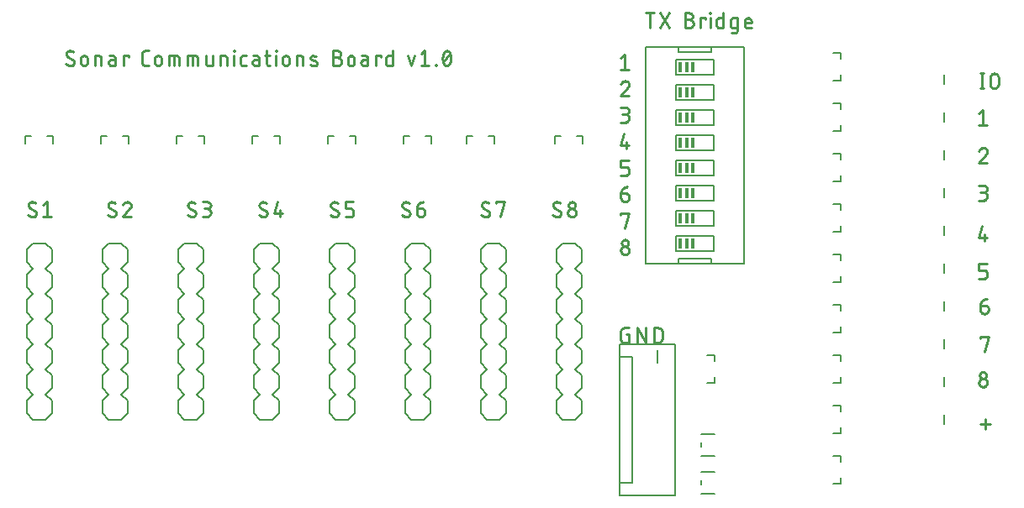
<source format=gto>
G75*
%MOIN*%
%OFA0B0*%
%FSLAX25Y25*%
%IPPOS*%
%LPD*%
%AMOC8*
5,1,8,0,0,1.08239X$1,22.5*
%
%ADD10C,0.01100*%
%ADD11C,0.00500*%
%ADD12C,0.00800*%
%ADD13R,0.01500X0.04000*%
%ADD14C,0.00700*%
D10*
X0019828Y0122861D02*
X0019826Y0122930D01*
X0019821Y0122999D01*
X0019812Y0123068D01*
X0019799Y0123136D01*
X0019783Y0123203D01*
X0019764Y0123269D01*
X0019741Y0123334D01*
X0019715Y0123398D01*
X0019685Y0123461D01*
X0019653Y0123522D01*
X0019617Y0123581D01*
X0019578Y0123638D01*
X0019536Y0123693D01*
X0019491Y0123746D01*
X0019444Y0123797D01*
X0019394Y0123844D01*
X0019342Y0123890D01*
X0019288Y0123932D01*
X0019231Y0123972D01*
X0019172Y0124009D01*
X0019172Y0124008D02*
X0017369Y0124992D01*
X0018025Y0127450D02*
X0018124Y0127448D01*
X0018223Y0127442D01*
X0018321Y0127432D01*
X0018419Y0127418D01*
X0018516Y0127400D01*
X0018612Y0127379D01*
X0018708Y0127353D01*
X0018802Y0127324D01*
X0018895Y0127291D01*
X0018987Y0127254D01*
X0019077Y0127213D01*
X0019166Y0127169D01*
X0019252Y0127122D01*
X0019337Y0127071D01*
X0019420Y0127016D01*
X0019500Y0126958D01*
X0017369Y0124991D02*
X0017310Y0125028D01*
X0017253Y0125068D01*
X0017199Y0125110D01*
X0017147Y0125155D01*
X0017097Y0125203D01*
X0017050Y0125254D01*
X0017005Y0125307D01*
X0016963Y0125362D01*
X0016924Y0125419D01*
X0016889Y0125478D01*
X0016856Y0125539D01*
X0016826Y0125602D01*
X0016800Y0125666D01*
X0016777Y0125731D01*
X0016758Y0125797D01*
X0016742Y0125864D01*
X0016729Y0125932D01*
X0016720Y0126001D01*
X0016715Y0126070D01*
X0016713Y0126139D01*
X0016714Y0126139D02*
X0016716Y0126210D01*
X0016722Y0126281D01*
X0016731Y0126351D01*
X0016745Y0126421D01*
X0016762Y0126490D01*
X0016783Y0126558D01*
X0016807Y0126624D01*
X0016835Y0126689D01*
X0016867Y0126753D01*
X0016902Y0126815D01*
X0016940Y0126875D01*
X0016981Y0126932D01*
X0017026Y0126988D01*
X0017073Y0127041D01*
X0017123Y0127091D01*
X0017176Y0127138D01*
X0017232Y0127183D01*
X0017289Y0127224D01*
X0017349Y0127262D01*
X0017411Y0127297D01*
X0017475Y0127329D01*
X0017540Y0127357D01*
X0017606Y0127381D01*
X0017674Y0127402D01*
X0017743Y0127419D01*
X0017813Y0127433D01*
X0017883Y0127442D01*
X0017954Y0127448D01*
X0018025Y0127450D01*
X0022499Y0126139D02*
X0024138Y0127450D01*
X0024138Y0121550D01*
X0022499Y0121550D02*
X0025777Y0121550D01*
X0019828Y0122861D02*
X0019826Y0122790D01*
X0019820Y0122719D01*
X0019811Y0122649D01*
X0019797Y0122579D01*
X0019780Y0122510D01*
X0019759Y0122442D01*
X0019735Y0122376D01*
X0019707Y0122311D01*
X0019675Y0122247D01*
X0019640Y0122185D01*
X0019602Y0122125D01*
X0019561Y0122068D01*
X0019516Y0122012D01*
X0019469Y0121959D01*
X0019419Y0121909D01*
X0019366Y0121862D01*
X0019310Y0121817D01*
X0019253Y0121776D01*
X0019193Y0121738D01*
X0019131Y0121703D01*
X0019067Y0121671D01*
X0019002Y0121643D01*
X0018936Y0121619D01*
X0018868Y0121598D01*
X0018799Y0121581D01*
X0018729Y0121567D01*
X0018659Y0121558D01*
X0018588Y0121552D01*
X0018517Y0121550D01*
X0018413Y0121552D01*
X0018309Y0121558D01*
X0018205Y0121568D01*
X0018102Y0121581D01*
X0017999Y0121599D01*
X0017897Y0121620D01*
X0017796Y0121645D01*
X0017696Y0121674D01*
X0017597Y0121707D01*
X0017500Y0121744D01*
X0017404Y0121784D01*
X0017309Y0121827D01*
X0017216Y0121874D01*
X0017125Y0121925D01*
X0017036Y0121979D01*
X0016949Y0122036D01*
X0016865Y0122097D01*
X0016782Y0122161D01*
X0016702Y0122227D01*
X0016625Y0122297D01*
X0016550Y0122370D01*
X0048960Y0124992D02*
X0050763Y0124008D01*
X0050107Y0121550D02*
X0050003Y0121552D01*
X0049899Y0121558D01*
X0049795Y0121568D01*
X0049692Y0121581D01*
X0049589Y0121599D01*
X0049487Y0121620D01*
X0049386Y0121645D01*
X0049286Y0121674D01*
X0049187Y0121707D01*
X0049090Y0121744D01*
X0048994Y0121784D01*
X0048899Y0121827D01*
X0048806Y0121874D01*
X0048715Y0121925D01*
X0048626Y0121979D01*
X0048539Y0122036D01*
X0048455Y0122097D01*
X0048372Y0122161D01*
X0048292Y0122227D01*
X0048215Y0122297D01*
X0048140Y0122370D01*
X0050763Y0124009D02*
X0050822Y0123972D01*
X0050879Y0123932D01*
X0050933Y0123890D01*
X0050985Y0123844D01*
X0051035Y0123797D01*
X0051082Y0123746D01*
X0051127Y0123693D01*
X0051169Y0123638D01*
X0051208Y0123581D01*
X0051244Y0123522D01*
X0051276Y0123461D01*
X0051306Y0123398D01*
X0051332Y0123334D01*
X0051355Y0123269D01*
X0051374Y0123203D01*
X0051390Y0123136D01*
X0051403Y0123068D01*
X0051412Y0122999D01*
X0051417Y0122930D01*
X0051419Y0122861D01*
X0051418Y0122861D02*
X0051416Y0122790D01*
X0051410Y0122719D01*
X0051401Y0122649D01*
X0051387Y0122579D01*
X0051370Y0122510D01*
X0051349Y0122442D01*
X0051325Y0122376D01*
X0051297Y0122311D01*
X0051265Y0122247D01*
X0051230Y0122185D01*
X0051192Y0122125D01*
X0051151Y0122068D01*
X0051106Y0122012D01*
X0051059Y0121959D01*
X0051009Y0121909D01*
X0050956Y0121862D01*
X0050900Y0121817D01*
X0050843Y0121776D01*
X0050783Y0121738D01*
X0050721Y0121703D01*
X0050657Y0121671D01*
X0050592Y0121643D01*
X0050526Y0121619D01*
X0050458Y0121598D01*
X0050389Y0121581D01*
X0050319Y0121567D01*
X0050249Y0121558D01*
X0050178Y0121552D01*
X0050107Y0121550D01*
X0051091Y0126958D02*
X0051011Y0127016D01*
X0050928Y0127071D01*
X0050843Y0127122D01*
X0050757Y0127169D01*
X0050668Y0127213D01*
X0050578Y0127254D01*
X0050486Y0127291D01*
X0050393Y0127324D01*
X0050299Y0127353D01*
X0050203Y0127379D01*
X0050107Y0127400D01*
X0050010Y0127418D01*
X0049912Y0127432D01*
X0049814Y0127442D01*
X0049715Y0127448D01*
X0049616Y0127450D01*
X0049545Y0127448D01*
X0049474Y0127442D01*
X0049404Y0127433D01*
X0049334Y0127419D01*
X0049265Y0127402D01*
X0049197Y0127381D01*
X0049131Y0127357D01*
X0049066Y0127329D01*
X0049002Y0127297D01*
X0048940Y0127262D01*
X0048880Y0127224D01*
X0048823Y0127183D01*
X0048767Y0127138D01*
X0048714Y0127091D01*
X0048664Y0127041D01*
X0048617Y0126988D01*
X0048572Y0126932D01*
X0048531Y0126875D01*
X0048493Y0126815D01*
X0048458Y0126753D01*
X0048426Y0126689D01*
X0048398Y0126624D01*
X0048374Y0126558D01*
X0048353Y0126490D01*
X0048336Y0126421D01*
X0048322Y0126351D01*
X0048313Y0126281D01*
X0048307Y0126210D01*
X0048305Y0126139D01*
X0048304Y0126139D02*
X0048306Y0126070D01*
X0048311Y0126001D01*
X0048320Y0125932D01*
X0048333Y0125864D01*
X0048349Y0125797D01*
X0048368Y0125731D01*
X0048391Y0125666D01*
X0048417Y0125602D01*
X0048447Y0125539D01*
X0048480Y0125478D01*
X0048515Y0125419D01*
X0048554Y0125362D01*
X0048596Y0125307D01*
X0048641Y0125254D01*
X0048688Y0125203D01*
X0048738Y0125155D01*
X0048790Y0125110D01*
X0048844Y0125068D01*
X0048901Y0125028D01*
X0048960Y0124991D01*
X0054089Y0121550D02*
X0057367Y0121550D01*
X0054089Y0121550D02*
X0056876Y0124828D01*
X0055892Y0127450D02*
X0055807Y0127448D01*
X0055722Y0127442D01*
X0055637Y0127433D01*
X0055553Y0127419D01*
X0055470Y0127402D01*
X0055387Y0127382D01*
X0055306Y0127357D01*
X0055226Y0127329D01*
X0055147Y0127297D01*
X0055069Y0127262D01*
X0054993Y0127223D01*
X0054919Y0127181D01*
X0054847Y0127136D01*
X0054777Y0127088D01*
X0054710Y0127036D01*
X0054644Y0126981D01*
X0054582Y0126924D01*
X0054521Y0126864D01*
X0054464Y0126801D01*
X0054410Y0126735D01*
X0054358Y0126668D01*
X0054310Y0126598D01*
X0054264Y0126526D01*
X0054223Y0126452D01*
X0054184Y0126376D01*
X0054149Y0126298D01*
X0054117Y0126219D01*
X0054089Y0126139D01*
X0056875Y0124828D02*
X0056929Y0124881D01*
X0056980Y0124937D01*
X0057028Y0124995D01*
X0057073Y0125056D01*
X0057115Y0125118D01*
X0057154Y0125183D01*
X0057191Y0125249D01*
X0057224Y0125317D01*
X0057253Y0125386D01*
X0057280Y0125457D01*
X0057303Y0125528D01*
X0057322Y0125601D01*
X0057338Y0125675D01*
X0057351Y0125749D01*
X0057360Y0125824D01*
X0057365Y0125900D01*
X0057367Y0125975D01*
X0057365Y0126050D01*
X0057359Y0126124D01*
X0057350Y0126198D01*
X0057337Y0126272D01*
X0057320Y0126345D01*
X0057299Y0126417D01*
X0057275Y0126487D01*
X0057247Y0126557D01*
X0057216Y0126625D01*
X0057182Y0126691D01*
X0057144Y0126755D01*
X0057103Y0126818D01*
X0057058Y0126878D01*
X0057011Y0126936D01*
X0056961Y0126991D01*
X0056908Y0127044D01*
X0056853Y0127094D01*
X0056795Y0127141D01*
X0056735Y0127186D01*
X0056672Y0127227D01*
X0056608Y0127265D01*
X0056542Y0127299D01*
X0056474Y0127330D01*
X0056404Y0127358D01*
X0056334Y0127382D01*
X0056262Y0127403D01*
X0056189Y0127420D01*
X0056115Y0127433D01*
X0056041Y0127442D01*
X0055967Y0127448D01*
X0055892Y0127450D01*
X0080551Y0124992D02*
X0082353Y0124008D01*
X0081698Y0121550D02*
X0081594Y0121552D01*
X0081490Y0121558D01*
X0081386Y0121568D01*
X0081283Y0121581D01*
X0081180Y0121599D01*
X0081078Y0121620D01*
X0080977Y0121645D01*
X0080877Y0121674D01*
X0080778Y0121707D01*
X0080681Y0121744D01*
X0080585Y0121784D01*
X0080490Y0121827D01*
X0080397Y0121874D01*
X0080306Y0121925D01*
X0080217Y0121979D01*
X0080130Y0122036D01*
X0080046Y0122097D01*
X0079963Y0122161D01*
X0079883Y0122227D01*
X0079806Y0122297D01*
X0079731Y0122370D01*
X0082353Y0124009D02*
X0082412Y0123972D01*
X0082469Y0123932D01*
X0082523Y0123890D01*
X0082575Y0123844D01*
X0082625Y0123797D01*
X0082672Y0123746D01*
X0082717Y0123693D01*
X0082759Y0123638D01*
X0082798Y0123581D01*
X0082834Y0123522D01*
X0082866Y0123461D01*
X0082896Y0123398D01*
X0082922Y0123334D01*
X0082945Y0123269D01*
X0082964Y0123203D01*
X0082980Y0123136D01*
X0082993Y0123068D01*
X0083002Y0122999D01*
X0083007Y0122930D01*
X0083009Y0122861D01*
X0083007Y0122790D01*
X0083001Y0122719D01*
X0082992Y0122649D01*
X0082978Y0122579D01*
X0082961Y0122510D01*
X0082940Y0122442D01*
X0082916Y0122376D01*
X0082888Y0122311D01*
X0082856Y0122247D01*
X0082821Y0122185D01*
X0082783Y0122125D01*
X0082742Y0122068D01*
X0082697Y0122012D01*
X0082650Y0121959D01*
X0082600Y0121909D01*
X0082547Y0121862D01*
X0082491Y0121817D01*
X0082434Y0121776D01*
X0082374Y0121738D01*
X0082312Y0121703D01*
X0082248Y0121671D01*
X0082183Y0121643D01*
X0082117Y0121619D01*
X0082049Y0121598D01*
X0081980Y0121581D01*
X0081910Y0121567D01*
X0081840Y0121558D01*
X0081769Y0121552D01*
X0081698Y0121550D01*
X0082681Y0126958D02*
X0082601Y0127016D01*
X0082518Y0127071D01*
X0082433Y0127122D01*
X0082347Y0127169D01*
X0082258Y0127213D01*
X0082168Y0127254D01*
X0082076Y0127291D01*
X0081983Y0127324D01*
X0081889Y0127353D01*
X0081793Y0127379D01*
X0081697Y0127400D01*
X0081600Y0127418D01*
X0081502Y0127432D01*
X0081404Y0127442D01*
X0081305Y0127448D01*
X0081206Y0127450D01*
X0081135Y0127448D01*
X0081064Y0127442D01*
X0080994Y0127433D01*
X0080924Y0127419D01*
X0080855Y0127402D01*
X0080787Y0127381D01*
X0080721Y0127357D01*
X0080656Y0127329D01*
X0080592Y0127297D01*
X0080530Y0127262D01*
X0080470Y0127224D01*
X0080413Y0127183D01*
X0080357Y0127138D01*
X0080304Y0127091D01*
X0080254Y0127041D01*
X0080207Y0126988D01*
X0080162Y0126932D01*
X0080121Y0126875D01*
X0080083Y0126815D01*
X0080048Y0126753D01*
X0080016Y0126689D01*
X0079988Y0126624D01*
X0079964Y0126558D01*
X0079943Y0126490D01*
X0079926Y0126421D01*
X0079912Y0126351D01*
X0079903Y0126281D01*
X0079897Y0126210D01*
X0079895Y0126139D01*
X0079897Y0126070D01*
X0079902Y0126001D01*
X0079911Y0125932D01*
X0079924Y0125864D01*
X0079940Y0125797D01*
X0079959Y0125731D01*
X0079982Y0125666D01*
X0080008Y0125602D01*
X0080038Y0125539D01*
X0080071Y0125478D01*
X0080106Y0125419D01*
X0080145Y0125362D01*
X0080187Y0125307D01*
X0080232Y0125254D01*
X0080279Y0125203D01*
X0080329Y0125155D01*
X0080381Y0125110D01*
X0080435Y0125068D01*
X0080492Y0125028D01*
X0080551Y0124991D01*
X0085680Y0127450D02*
X0087647Y0127450D01*
X0087718Y0127448D01*
X0087789Y0127442D01*
X0087859Y0127433D01*
X0087929Y0127419D01*
X0087998Y0127402D01*
X0088066Y0127381D01*
X0088132Y0127357D01*
X0088197Y0127329D01*
X0088261Y0127297D01*
X0088323Y0127262D01*
X0088383Y0127224D01*
X0088440Y0127183D01*
X0088496Y0127138D01*
X0088549Y0127091D01*
X0088599Y0127041D01*
X0088646Y0126988D01*
X0088691Y0126932D01*
X0088732Y0126875D01*
X0088770Y0126815D01*
X0088805Y0126753D01*
X0088837Y0126689D01*
X0088865Y0126624D01*
X0088889Y0126558D01*
X0088910Y0126490D01*
X0088927Y0126421D01*
X0088941Y0126351D01*
X0088950Y0126281D01*
X0088956Y0126210D01*
X0088958Y0126139D01*
X0088956Y0126068D01*
X0088950Y0125997D01*
X0088941Y0125927D01*
X0088927Y0125857D01*
X0088910Y0125788D01*
X0088889Y0125720D01*
X0088865Y0125654D01*
X0088837Y0125589D01*
X0088805Y0125525D01*
X0088770Y0125463D01*
X0088732Y0125403D01*
X0088691Y0125346D01*
X0088646Y0125290D01*
X0088599Y0125237D01*
X0088549Y0125187D01*
X0088496Y0125140D01*
X0088440Y0125095D01*
X0088383Y0125054D01*
X0088323Y0125016D01*
X0088261Y0124981D01*
X0088197Y0124949D01*
X0088132Y0124921D01*
X0088066Y0124897D01*
X0087998Y0124876D01*
X0087929Y0124859D01*
X0087859Y0124845D01*
X0087789Y0124836D01*
X0087718Y0124830D01*
X0087647Y0124828D01*
X0086336Y0124828D01*
X0087319Y0124828D02*
X0087398Y0124826D01*
X0087477Y0124820D01*
X0087556Y0124811D01*
X0087634Y0124797D01*
X0087711Y0124780D01*
X0087788Y0124760D01*
X0087863Y0124735D01*
X0087937Y0124707D01*
X0088010Y0124675D01*
X0088081Y0124640D01*
X0088150Y0124602D01*
X0088217Y0124560D01*
X0088282Y0124515D01*
X0088345Y0124467D01*
X0088406Y0124416D01*
X0088464Y0124362D01*
X0088519Y0124305D01*
X0088572Y0124246D01*
X0088621Y0124184D01*
X0088668Y0124120D01*
X0088711Y0124054D01*
X0088751Y0123986D01*
X0088788Y0123915D01*
X0088822Y0123844D01*
X0088851Y0123770D01*
X0088878Y0123695D01*
X0088900Y0123620D01*
X0088919Y0123543D01*
X0088935Y0123465D01*
X0088946Y0123387D01*
X0088954Y0123308D01*
X0088958Y0123229D01*
X0088958Y0123149D01*
X0088954Y0123070D01*
X0088946Y0122991D01*
X0088935Y0122913D01*
X0088919Y0122835D01*
X0088900Y0122758D01*
X0088878Y0122683D01*
X0088851Y0122608D01*
X0088822Y0122534D01*
X0088788Y0122463D01*
X0088751Y0122392D01*
X0088711Y0122324D01*
X0088668Y0122258D01*
X0088621Y0122194D01*
X0088572Y0122132D01*
X0088519Y0122073D01*
X0088464Y0122016D01*
X0088406Y0121962D01*
X0088345Y0121911D01*
X0088282Y0121863D01*
X0088217Y0121818D01*
X0088150Y0121776D01*
X0088081Y0121738D01*
X0088010Y0121703D01*
X0087937Y0121671D01*
X0087863Y0121643D01*
X0087788Y0121618D01*
X0087711Y0121598D01*
X0087634Y0121581D01*
X0087556Y0121567D01*
X0087477Y0121558D01*
X0087398Y0121552D01*
X0087319Y0121550D01*
X0085680Y0121550D01*
X0108859Y0124992D02*
X0110662Y0124008D01*
X0110006Y0121550D02*
X0109902Y0121552D01*
X0109798Y0121558D01*
X0109694Y0121568D01*
X0109591Y0121581D01*
X0109488Y0121599D01*
X0109386Y0121620D01*
X0109285Y0121645D01*
X0109185Y0121674D01*
X0109086Y0121707D01*
X0108989Y0121744D01*
X0108893Y0121784D01*
X0108798Y0121827D01*
X0108705Y0121874D01*
X0108614Y0121925D01*
X0108525Y0121979D01*
X0108438Y0122036D01*
X0108354Y0122097D01*
X0108271Y0122161D01*
X0108191Y0122227D01*
X0108114Y0122297D01*
X0108039Y0122370D01*
X0110662Y0124009D02*
X0110721Y0123972D01*
X0110778Y0123932D01*
X0110832Y0123890D01*
X0110884Y0123844D01*
X0110934Y0123797D01*
X0110981Y0123746D01*
X0111026Y0123693D01*
X0111068Y0123638D01*
X0111107Y0123581D01*
X0111143Y0123522D01*
X0111175Y0123461D01*
X0111205Y0123398D01*
X0111231Y0123334D01*
X0111254Y0123269D01*
X0111273Y0123203D01*
X0111289Y0123136D01*
X0111302Y0123068D01*
X0111311Y0122999D01*
X0111316Y0122930D01*
X0111318Y0122861D01*
X0111317Y0122861D02*
X0111315Y0122790D01*
X0111309Y0122719D01*
X0111300Y0122649D01*
X0111286Y0122579D01*
X0111269Y0122510D01*
X0111248Y0122442D01*
X0111224Y0122376D01*
X0111196Y0122311D01*
X0111164Y0122247D01*
X0111129Y0122185D01*
X0111091Y0122125D01*
X0111050Y0122068D01*
X0111005Y0122012D01*
X0110958Y0121959D01*
X0110908Y0121909D01*
X0110855Y0121862D01*
X0110799Y0121817D01*
X0110742Y0121776D01*
X0110682Y0121738D01*
X0110620Y0121703D01*
X0110556Y0121671D01*
X0110491Y0121643D01*
X0110425Y0121619D01*
X0110357Y0121598D01*
X0110288Y0121581D01*
X0110218Y0121567D01*
X0110148Y0121558D01*
X0110077Y0121552D01*
X0110006Y0121550D01*
X0110990Y0126958D02*
X0110910Y0127016D01*
X0110827Y0127071D01*
X0110742Y0127122D01*
X0110656Y0127169D01*
X0110567Y0127213D01*
X0110477Y0127254D01*
X0110385Y0127291D01*
X0110292Y0127324D01*
X0110198Y0127353D01*
X0110102Y0127379D01*
X0110006Y0127400D01*
X0109909Y0127418D01*
X0109811Y0127432D01*
X0109713Y0127442D01*
X0109614Y0127448D01*
X0109515Y0127450D01*
X0109444Y0127448D01*
X0109373Y0127442D01*
X0109303Y0127433D01*
X0109233Y0127419D01*
X0109164Y0127402D01*
X0109096Y0127381D01*
X0109030Y0127357D01*
X0108965Y0127329D01*
X0108901Y0127297D01*
X0108839Y0127262D01*
X0108779Y0127224D01*
X0108722Y0127183D01*
X0108666Y0127138D01*
X0108613Y0127091D01*
X0108563Y0127041D01*
X0108516Y0126988D01*
X0108471Y0126932D01*
X0108430Y0126875D01*
X0108392Y0126815D01*
X0108357Y0126753D01*
X0108325Y0126689D01*
X0108297Y0126624D01*
X0108273Y0126558D01*
X0108252Y0126490D01*
X0108235Y0126421D01*
X0108221Y0126351D01*
X0108212Y0126281D01*
X0108206Y0126210D01*
X0108204Y0126139D01*
X0108203Y0126139D02*
X0108205Y0126070D01*
X0108210Y0126001D01*
X0108219Y0125932D01*
X0108232Y0125864D01*
X0108248Y0125797D01*
X0108267Y0125731D01*
X0108290Y0125666D01*
X0108316Y0125602D01*
X0108346Y0125539D01*
X0108379Y0125478D01*
X0108414Y0125419D01*
X0108453Y0125362D01*
X0108495Y0125307D01*
X0108540Y0125254D01*
X0108587Y0125203D01*
X0108637Y0125155D01*
X0108689Y0125110D01*
X0108743Y0125068D01*
X0108800Y0125028D01*
X0108859Y0124991D01*
X0113989Y0122861D02*
X0115300Y0127450D01*
X0116283Y0124172D02*
X0116283Y0121550D01*
X0117266Y0122861D02*
X0113989Y0122861D01*
X0137168Y0124992D02*
X0138970Y0124008D01*
X0138315Y0121550D02*
X0138211Y0121552D01*
X0138107Y0121558D01*
X0138003Y0121568D01*
X0137900Y0121581D01*
X0137797Y0121599D01*
X0137695Y0121620D01*
X0137594Y0121645D01*
X0137494Y0121674D01*
X0137395Y0121707D01*
X0137298Y0121744D01*
X0137202Y0121784D01*
X0137107Y0121827D01*
X0137014Y0121874D01*
X0136923Y0121925D01*
X0136834Y0121979D01*
X0136747Y0122036D01*
X0136663Y0122097D01*
X0136580Y0122161D01*
X0136500Y0122227D01*
X0136423Y0122297D01*
X0136348Y0122370D01*
X0138970Y0124009D02*
X0139029Y0123972D01*
X0139086Y0123932D01*
X0139140Y0123890D01*
X0139192Y0123844D01*
X0139242Y0123797D01*
X0139289Y0123746D01*
X0139334Y0123693D01*
X0139376Y0123638D01*
X0139415Y0123581D01*
X0139451Y0123522D01*
X0139483Y0123461D01*
X0139513Y0123398D01*
X0139539Y0123334D01*
X0139562Y0123269D01*
X0139581Y0123203D01*
X0139597Y0123136D01*
X0139610Y0123068D01*
X0139619Y0122999D01*
X0139624Y0122930D01*
X0139626Y0122861D01*
X0139624Y0122790D01*
X0139618Y0122719D01*
X0139609Y0122649D01*
X0139595Y0122579D01*
X0139578Y0122510D01*
X0139557Y0122442D01*
X0139533Y0122376D01*
X0139505Y0122311D01*
X0139473Y0122247D01*
X0139438Y0122185D01*
X0139400Y0122125D01*
X0139359Y0122068D01*
X0139314Y0122012D01*
X0139267Y0121959D01*
X0139217Y0121909D01*
X0139164Y0121862D01*
X0139108Y0121817D01*
X0139051Y0121776D01*
X0138991Y0121738D01*
X0138929Y0121703D01*
X0138865Y0121671D01*
X0138800Y0121643D01*
X0138734Y0121619D01*
X0138666Y0121598D01*
X0138597Y0121581D01*
X0138527Y0121567D01*
X0138457Y0121558D01*
X0138386Y0121552D01*
X0138315Y0121550D01*
X0139298Y0126958D02*
X0139218Y0127016D01*
X0139135Y0127071D01*
X0139050Y0127122D01*
X0138964Y0127169D01*
X0138875Y0127213D01*
X0138785Y0127254D01*
X0138693Y0127291D01*
X0138600Y0127324D01*
X0138506Y0127353D01*
X0138410Y0127379D01*
X0138314Y0127400D01*
X0138217Y0127418D01*
X0138119Y0127432D01*
X0138021Y0127442D01*
X0137922Y0127448D01*
X0137823Y0127450D01*
X0137752Y0127448D01*
X0137681Y0127442D01*
X0137611Y0127433D01*
X0137541Y0127419D01*
X0137472Y0127402D01*
X0137404Y0127381D01*
X0137338Y0127357D01*
X0137273Y0127329D01*
X0137209Y0127297D01*
X0137147Y0127262D01*
X0137087Y0127224D01*
X0137030Y0127183D01*
X0136974Y0127138D01*
X0136921Y0127091D01*
X0136871Y0127041D01*
X0136824Y0126988D01*
X0136779Y0126932D01*
X0136738Y0126875D01*
X0136700Y0126815D01*
X0136665Y0126753D01*
X0136633Y0126689D01*
X0136605Y0126624D01*
X0136581Y0126558D01*
X0136560Y0126490D01*
X0136543Y0126421D01*
X0136529Y0126351D01*
X0136520Y0126281D01*
X0136514Y0126210D01*
X0136512Y0126139D01*
X0136514Y0126070D01*
X0136519Y0126001D01*
X0136528Y0125932D01*
X0136541Y0125864D01*
X0136557Y0125797D01*
X0136576Y0125731D01*
X0136599Y0125666D01*
X0136625Y0125602D01*
X0136655Y0125539D01*
X0136688Y0125478D01*
X0136723Y0125419D01*
X0136762Y0125362D01*
X0136804Y0125307D01*
X0136849Y0125254D01*
X0136896Y0125203D01*
X0136946Y0125155D01*
X0136998Y0125110D01*
X0137052Y0125068D01*
X0137109Y0125028D01*
X0137168Y0124991D01*
X0142297Y0124828D02*
X0142297Y0127450D01*
X0145575Y0127450D01*
X0144264Y0124828D02*
X0142297Y0124828D01*
X0144264Y0124828D02*
X0144335Y0124826D01*
X0144406Y0124820D01*
X0144476Y0124811D01*
X0144546Y0124797D01*
X0144615Y0124780D01*
X0144683Y0124759D01*
X0144749Y0124735D01*
X0144814Y0124707D01*
X0144878Y0124675D01*
X0144940Y0124640D01*
X0145000Y0124602D01*
X0145057Y0124561D01*
X0145113Y0124516D01*
X0145166Y0124469D01*
X0145216Y0124419D01*
X0145263Y0124366D01*
X0145308Y0124310D01*
X0145349Y0124253D01*
X0145387Y0124193D01*
X0145422Y0124131D01*
X0145454Y0124067D01*
X0145482Y0124002D01*
X0145506Y0123936D01*
X0145527Y0123868D01*
X0145544Y0123799D01*
X0145558Y0123729D01*
X0145567Y0123659D01*
X0145573Y0123588D01*
X0145575Y0123517D01*
X0145575Y0122861D01*
X0145573Y0122790D01*
X0145567Y0122719D01*
X0145558Y0122649D01*
X0145544Y0122579D01*
X0145527Y0122510D01*
X0145506Y0122442D01*
X0145482Y0122376D01*
X0145454Y0122311D01*
X0145422Y0122247D01*
X0145387Y0122185D01*
X0145349Y0122125D01*
X0145308Y0122068D01*
X0145263Y0122012D01*
X0145216Y0121959D01*
X0145166Y0121909D01*
X0145113Y0121862D01*
X0145057Y0121817D01*
X0145000Y0121776D01*
X0144940Y0121738D01*
X0144878Y0121703D01*
X0144814Y0121671D01*
X0144749Y0121643D01*
X0144683Y0121619D01*
X0144615Y0121598D01*
X0144546Y0121581D01*
X0144476Y0121567D01*
X0144406Y0121558D01*
X0144335Y0121552D01*
X0144264Y0121550D01*
X0142297Y0121550D01*
X0165476Y0124992D02*
X0167279Y0124008D01*
X0166623Y0121550D02*
X0166519Y0121552D01*
X0166415Y0121558D01*
X0166311Y0121568D01*
X0166208Y0121581D01*
X0166105Y0121599D01*
X0166003Y0121620D01*
X0165902Y0121645D01*
X0165802Y0121674D01*
X0165703Y0121707D01*
X0165606Y0121744D01*
X0165510Y0121784D01*
X0165415Y0121827D01*
X0165322Y0121874D01*
X0165231Y0121925D01*
X0165142Y0121979D01*
X0165055Y0122036D01*
X0164971Y0122097D01*
X0164888Y0122161D01*
X0164808Y0122227D01*
X0164731Y0122297D01*
X0164656Y0122370D01*
X0167279Y0124009D02*
X0167338Y0123972D01*
X0167395Y0123932D01*
X0167449Y0123890D01*
X0167501Y0123844D01*
X0167551Y0123797D01*
X0167598Y0123746D01*
X0167643Y0123693D01*
X0167685Y0123638D01*
X0167724Y0123581D01*
X0167760Y0123522D01*
X0167792Y0123461D01*
X0167822Y0123398D01*
X0167848Y0123334D01*
X0167871Y0123269D01*
X0167890Y0123203D01*
X0167906Y0123136D01*
X0167919Y0123068D01*
X0167928Y0122999D01*
X0167933Y0122930D01*
X0167935Y0122861D01*
X0167934Y0122861D02*
X0167932Y0122790D01*
X0167926Y0122719D01*
X0167917Y0122649D01*
X0167903Y0122579D01*
X0167886Y0122510D01*
X0167865Y0122442D01*
X0167841Y0122376D01*
X0167813Y0122311D01*
X0167781Y0122247D01*
X0167746Y0122185D01*
X0167708Y0122125D01*
X0167667Y0122068D01*
X0167622Y0122012D01*
X0167575Y0121959D01*
X0167525Y0121909D01*
X0167472Y0121862D01*
X0167416Y0121817D01*
X0167359Y0121776D01*
X0167299Y0121738D01*
X0167237Y0121703D01*
X0167173Y0121671D01*
X0167108Y0121643D01*
X0167042Y0121619D01*
X0166974Y0121598D01*
X0166905Y0121581D01*
X0166835Y0121567D01*
X0166765Y0121558D01*
X0166694Y0121552D01*
X0166623Y0121550D01*
X0167607Y0126958D02*
X0167527Y0127016D01*
X0167444Y0127071D01*
X0167359Y0127122D01*
X0167273Y0127169D01*
X0167184Y0127213D01*
X0167094Y0127254D01*
X0167002Y0127291D01*
X0166909Y0127324D01*
X0166815Y0127353D01*
X0166719Y0127379D01*
X0166623Y0127400D01*
X0166526Y0127418D01*
X0166428Y0127432D01*
X0166330Y0127442D01*
X0166231Y0127448D01*
X0166132Y0127450D01*
X0166061Y0127448D01*
X0165990Y0127442D01*
X0165920Y0127433D01*
X0165850Y0127419D01*
X0165781Y0127402D01*
X0165713Y0127381D01*
X0165647Y0127357D01*
X0165582Y0127329D01*
X0165518Y0127297D01*
X0165456Y0127262D01*
X0165396Y0127224D01*
X0165339Y0127183D01*
X0165283Y0127138D01*
X0165230Y0127091D01*
X0165180Y0127041D01*
X0165133Y0126988D01*
X0165088Y0126932D01*
X0165047Y0126875D01*
X0165009Y0126815D01*
X0164974Y0126753D01*
X0164942Y0126689D01*
X0164914Y0126624D01*
X0164890Y0126558D01*
X0164869Y0126490D01*
X0164852Y0126421D01*
X0164838Y0126351D01*
X0164829Y0126281D01*
X0164823Y0126210D01*
X0164821Y0126139D01*
X0164820Y0126139D02*
X0164822Y0126070D01*
X0164827Y0126001D01*
X0164836Y0125932D01*
X0164849Y0125864D01*
X0164865Y0125797D01*
X0164884Y0125731D01*
X0164907Y0125666D01*
X0164933Y0125602D01*
X0164963Y0125539D01*
X0164996Y0125478D01*
X0165031Y0125419D01*
X0165070Y0125362D01*
X0165112Y0125307D01*
X0165157Y0125254D01*
X0165204Y0125203D01*
X0165254Y0125155D01*
X0165306Y0125110D01*
X0165360Y0125068D01*
X0165417Y0125028D01*
X0165476Y0124991D01*
X0170605Y0124828D02*
X0170605Y0123189D01*
X0170605Y0124828D02*
X0172572Y0124828D01*
X0170606Y0124828D02*
X0170608Y0124928D01*
X0170614Y0125029D01*
X0170623Y0125129D01*
X0170637Y0125228D01*
X0170654Y0125327D01*
X0170675Y0125425D01*
X0170700Y0125523D01*
X0170728Y0125619D01*
X0170760Y0125714D01*
X0170796Y0125808D01*
X0170835Y0125901D01*
X0170878Y0125991D01*
X0170925Y0126081D01*
X0170974Y0126168D01*
X0171027Y0126253D01*
X0171083Y0126336D01*
X0171143Y0126418D01*
X0171205Y0126496D01*
X0171271Y0126572D01*
X0171339Y0126646D01*
X0171410Y0126717D01*
X0171484Y0126785D01*
X0171560Y0126851D01*
X0171638Y0126913D01*
X0171720Y0126973D01*
X0171803Y0127029D01*
X0171888Y0127082D01*
X0171975Y0127131D01*
X0172065Y0127178D01*
X0172155Y0127221D01*
X0172248Y0127260D01*
X0172342Y0127296D01*
X0172437Y0127328D01*
X0172533Y0127356D01*
X0172631Y0127381D01*
X0172729Y0127402D01*
X0172828Y0127419D01*
X0172927Y0127433D01*
X0173027Y0127442D01*
X0173128Y0127448D01*
X0173228Y0127450D01*
X0173883Y0123517D02*
X0173883Y0123189D01*
X0173883Y0123517D02*
X0173881Y0123588D01*
X0173875Y0123659D01*
X0173866Y0123729D01*
X0173852Y0123799D01*
X0173835Y0123868D01*
X0173814Y0123936D01*
X0173790Y0124002D01*
X0173762Y0124067D01*
X0173730Y0124131D01*
X0173695Y0124193D01*
X0173657Y0124253D01*
X0173616Y0124310D01*
X0173571Y0124366D01*
X0173524Y0124419D01*
X0173474Y0124469D01*
X0173421Y0124516D01*
X0173365Y0124561D01*
X0173308Y0124602D01*
X0173248Y0124640D01*
X0173186Y0124675D01*
X0173122Y0124707D01*
X0173057Y0124735D01*
X0172991Y0124759D01*
X0172923Y0124780D01*
X0172854Y0124797D01*
X0172784Y0124811D01*
X0172714Y0124820D01*
X0172643Y0124826D01*
X0172572Y0124828D01*
X0173883Y0123189D02*
X0173881Y0123110D01*
X0173875Y0123031D01*
X0173866Y0122952D01*
X0173852Y0122874D01*
X0173835Y0122797D01*
X0173815Y0122720D01*
X0173790Y0122645D01*
X0173762Y0122571D01*
X0173730Y0122498D01*
X0173695Y0122427D01*
X0173657Y0122358D01*
X0173615Y0122291D01*
X0173570Y0122226D01*
X0173522Y0122163D01*
X0173471Y0122102D01*
X0173417Y0122044D01*
X0173360Y0121989D01*
X0173301Y0121936D01*
X0173239Y0121887D01*
X0173175Y0121840D01*
X0173109Y0121797D01*
X0173041Y0121757D01*
X0172970Y0121720D01*
X0172899Y0121686D01*
X0172825Y0121657D01*
X0172750Y0121630D01*
X0172675Y0121608D01*
X0172598Y0121589D01*
X0172520Y0121573D01*
X0172442Y0121562D01*
X0172363Y0121554D01*
X0172284Y0121550D01*
X0172204Y0121550D01*
X0172125Y0121554D01*
X0172046Y0121562D01*
X0171968Y0121573D01*
X0171890Y0121589D01*
X0171813Y0121608D01*
X0171738Y0121630D01*
X0171663Y0121657D01*
X0171589Y0121686D01*
X0171518Y0121720D01*
X0171447Y0121757D01*
X0171379Y0121797D01*
X0171313Y0121840D01*
X0171249Y0121887D01*
X0171187Y0121936D01*
X0171128Y0121989D01*
X0171071Y0122044D01*
X0171017Y0122102D01*
X0170966Y0122163D01*
X0170918Y0122226D01*
X0170873Y0122291D01*
X0170831Y0122358D01*
X0170793Y0122427D01*
X0170758Y0122498D01*
X0170726Y0122571D01*
X0170698Y0122645D01*
X0170673Y0122720D01*
X0170653Y0122797D01*
X0170636Y0122874D01*
X0170622Y0122952D01*
X0170613Y0123031D01*
X0170607Y0123110D01*
X0170605Y0123189D01*
X0197067Y0124992D02*
X0198869Y0124008D01*
X0198214Y0121550D02*
X0198110Y0121552D01*
X0198006Y0121558D01*
X0197902Y0121568D01*
X0197799Y0121581D01*
X0197696Y0121599D01*
X0197594Y0121620D01*
X0197493Y0121645D01*
X0197393Y0121674D01*
X0197294Y0121707D01*
X0197197Y0121744D01*
X0197101Y0121784D01*
X0197006Y0121827D01*
X0196913Y0121874D01*
X0196822Y0121925D01*
X0196733Y0121979D01*
X0196646Y0122036D01*
X0196562Y0122097D01*
X0196479Y0122161D01*
X0196399Y0122227D01*
X0196322Y0122297D01*
X0196247Y0122370D01*
X0198869Y0124009D02*
X0198928Y0123972D01*
X0198985Y0123932D01*
X0199039Y0123890D01*
X0199091Y0123844D01*
X0199141Y0123797D01*
X0199188Y0123746D01*
X0199233Y0123693D01*
X0199275Y0123638D01*
X0199314Y0123581D01*
X0199350Y0123522D01*
X0199382Y0123461D01*
X0199412Y0123398D01*
X0199438Y0123334D01*
X0199461Y0123269D01*
X0199480Y0123203D01*
X0199496Y0123136D01*
X0199509Y0123068D01*
X0199518Y0122999D01*
X0199523Y0122930D01*
X0199525Y0122861D01*
X0199523Y0122790D01*
X0199517Y0122719D01*
X0199508Y0122649D01*
X0199494Y0122579D01*
X0199477Y0122510D01*
X0199456Y0122442D01*
X0199432Y0122376D01*
X0199404Y0122311D01*
X0199372Y0122247D01*
X0199337Y0122185D01*
X0199299Y0122125D01*
X0199258Y0122068D01*
X0199213Y0122012D01*
X0199166Y0121959D01*
X0199116Y0121909D01*
X0199063Y0121862D01*
X0199007Y0121817D01*
X0198950Y0121776D01*
X0198890Y0121738D01*
X0198828Y0121703D01*
X0198764Y0121671D01*
X0198699Y0121643D01*
X0198633Y0121619D01*
X0198565Y0121598D01*
X0198496Y0121581D01*
X0198426Y0121567D01*
X0198356Y0121558D01*
X0198285Y0121552D01*
X0198214Y0121550D01*
X0199197Y0126958D02*
X0199117Y0127016D01*
X0199034Y0127071D01*
X0198949Y0127122D01*
X0198863Y0127169D01*
X0198774Y0127213D01*
X0198684Y0127254D01*
X0198592Y0127291D01*
X0198499Y0127324D01*
X0198405Y0127353D01*
X0198309Y0127379D01*
X0198213Y0127400D01*
X0198116Y0127418D01*
X0198018Y0127432D01*
X0197920Y0127442D01*
X0197821Y0127448D01*
X0197722Y0127450D01*
X0197651Y0127448D01*
X0197580Y0127442D01*
X0197510Y0127433D01*
X0197440Y0127419D01*
X0197371Y0127402D01*
X0197303Y0127381D01*
X0197237Y0127357D01*
X0197172Y0127329D01*
X0197108Y0127297D01*
X0197046Y0127262D01*
X0196986Y0127224D01*
X0196929Y0127183D01*
X0196873Y0127138D01*
X0196820Y0127091D01*
X0196770Y0127041D01*
X0196723Y0126988D01*
X0196678Y0126932D01*
X0196637Y0126875D01*
X0196599Y0126815D01*
X0196564Y0126753D01*
X0196532Y0126689D01*
X0196504Y0126624D01*
X0196480Y0126558D01*
X0196459Y0126490D01*
X0196442Y0126421D01*
X0196428Y0126351D01*
X0196419Y0126281D01*
X0196413Y0126210D01*
X0196411Y0126139D01*
X0196413Y0126070D01*
X0196418Y0126001D01*
X0196427Y0125932D01*
X0196440Y0125864D01*
X0196456Y0125797D01*
X0196475Y0125731D01*
X0196498Y0125666D01*
X0196524Y0125602D01*
X0196554Y0125539D01*
X0196587Y0125478D01*
X0196622Y0125419D01*
X0196661Y0125362D01*
X0196703Y0125307D01*
X0196748Y0125254D01*
X0196795Y0125203D01*
X0196845Y0125155D01*
X0196897Y0125110D01*
X0196951Y0125068D01*
X0197008Y0125028D01*
X0197067Y0124991D01*
X0202196Y0126794D02*
X0202196Y0127450D01*
X0205474Y0127450D01*
X0203835Y0121550D01*
X0225375Y0124992D02*
X0227178Y0124008D01*
X0226522Y0121550D02*
X0226418Y0121552D01*
X0226314Y0121558D01*
X0226210Y0121568D01*
X0226107Y0121581D01*
X0226004Y0121599D01*
X0225902Y0121620D01*
X0225801Y0121645D01*
X0225701Y0121674D01*
X0225602Y0121707D01*
X0225505Y0121744D01*
X0225409Y0121784D01*
X0225314Y0121827D01*
X0225221Y0121874D01*
X0225130Y0121925D01*
X0225041Y0121979D01*
X0224954Y0122036D01*
X0224870Y0122097D01*
X0224787Y0122161D01*
X0224707Y0122227D01*
X0224630Y0122297D01*
X0224555Y0122370D01*
X0227178Y0124009D02*
X0227237Y0123972D01*
X0227294Y0123932D01*
X0227348Y0123890D01*
X0227400Y0123844D01*
X0227450Y0123797D01*
X0227497Y0123746D01*
X0227542Y0123693D01*
X0227584Y0123638D01*
X0227623Y0123581D01*
X0227659Y0123522D01*
X0227691Y0123461D01*
X0227721Y0123398D01*
X0227747Y0123334D01*
X0227770Y0123269D01*
X0227789Y0123203D01*
X0227805Y0123136D01*
X0227818Y0123068D01*
X0227827Y0122999D01*
X0227832Y0122930D01*
X0227834Y0122861D01*
X0227833Y0122861D02*
X0227831Y0122790D01*
X0227825Y0122719D01*
X0227816Y0122649D01*
X0227802Y0122579D01*
X0227785Y0122510D01*
X0227764Y0122442D01*
X0227740Y0122376D01*
X0227712Y0122311D01*
X0227680Y0122247D01*
X0227645Y0122185D01*
X0227607Y0122125D01*
X0227566Y0122068D01*
X0227521Y0122012D01*
X0227474Y0121959D01*
X0227424Y0121909D01*
X0227371Y0121862D01*
X0227315Y0121817D01*
X0227258Y0121776D01*
X0227198Y0121738D01*
X0227136Y0121703D01*
X0227072Y0121671D01*
X0227007Y0121643D01*
X0226941Y0121619D01*
X0226873Y0121598D01*
X0226804Y0121581D01*
X0226734Y0121567D01*
X0226664Y0121558D01*
X0226593Y0121552D01*
X0226522Y0121550D01*
X0227506Y0126958D02*
X0227426Y0127016D01*
X0227343Y0127071D01*
X0227258Y0127122D01*
X0227172Y0127169D01*
X0227083Y0127213D01*
X0226993Y0127254D01*
X0226901Y0127291D01*
X0226808Y0127324D01*
X0226714Y0127353D01*
X0226618Y0127379D01*
X0226522Y0127400D01*
X0226425Y0127418D01*
X0226327Y0127432D01*
X0226229Y0127442D01*
X0226130Y0127448D01*
X0226031Y0127450D01*
X0225960Y0127448D01*
X0225889Y0127442D01*
X0225819Y0127433D01*
X0225749Y0127419D01*
X0225680Y0127402D01*
X0225612Y0127381D01*
X0225546Y0127357D01*
X0225481Y0127329D01*
X0225417Y0127297D01*
X0225355Y0127262D01*
X0225295Y0127224D01*
X0225238Y0127183D01*
X0225182Y0127138D01*
X0225129Y0127091D01*
X0225079Y0127041D01*
X0225032Y0126988D01*
X0224987Y0126932D01*
X0224946Y0126875D01*
X0224908Y0126815D01*
X0224873Y0126753D01*
X0224841Y0126689D01*
X0224813Y0126624D01*
X0224789Y0126558D01*
X0224768Y0126490D01*
X0224751Y0126421D01*
X0224737Y0126351D01*
X0224728Y0126281D01*
X0224722Y0126210D01*
X0224720Y0126139D01*
X0224719Y0126139D02*
X0224721Y0126070D01*
X0224726Y0126001D01*
X0224735Y0125932D01*
X0224748Y0125864D01*
X0224764Y0125797D01*
X0224783Y0125731D01*
X0224806Y0125666D01*
X0224832Y0125602D01*
X0224862Y0125539D01*
X0224895Y0125478D01*
X0224930Y0125419D01*
X0224969Y0125362D01*
X0225011Y0125307D01*
X0225056Y0125254D01*
X0225103Y0125203D01*
X0225153Y0125155D01*
X0225205Y0125110D01*
X0225259Y0125068D01*
X0225316Y0125028D01*
X0225375Y0124991D01*
X0230832Y0126139D02*
X0230834Y0126068D01*
X0230840Y0125997D01*
X0230849Y0125927D01*
X0230863Y0125857D01*
X0230880Y0125788D01*
X0230901Y0125720D01*
X0230925Y0125654D01*
X0230953Y0125589D01*
X0230985Y0125525D01*
X0231020Y0125463D01*
X0231058Y0125403D01*
X0231099Y0125346D01*
X0231144Y0125290D01*
X0231191Y0125237D01*
X0231241Y0125187D01*
X0231294Y0125140D01*
X0231350Y0125095D01*
X0231407Y0125054D01*
X0231467Y0125016D01*
X0231529Y0124981D01*
X0231593Y0124949D01*
X0231658Y0124921D01*
X0231724Y0124897D01*
X0231792Y0124876D01*
X0231861Y0124859D01*
X0231931Y0124845D01*
X0232001Y0124836D01*
X0232072Y0124830D01*
X0232143Y0124828D01*
X0232214Y0124830D01*
X0232285Y0124836D01*
X0232355Y0124845D01*
X0232425Y0124859D01*
X0232494Y0124876D01*
X0232562Y0124897D01*
X0232628Y0124921D01*
X0232693Y0124949D01*
X0232757Y0124981D01*
X0232819Y0125016D01*
X0232879Y0125054D01*
X0232936Y0125095D01*
X0232992Y0125140D01*
X0233045Y0125187D01*
X0233095Y0125237D01*
X0233142Y0125290D01*
X0233187Y0125346D01*
X0233228Y0125403D01*
X0233266Y0125463D01*
X0233301Y0125525D01*
X0233333Y0125589D01*
X0233361Y0125654D01*
X0233385Y0125720D01*
X0233406Y0125788D01*
X0233423Y0125857D01*
X0233437Y0125927D01*
X0233446Y0125997D01*
X0233452Y0126068D01*
X0233454Y0126139D01*
X0233452Y0126210D01*
X0233446Y0126281D01*
X0233437Y0126351D01*
X0233423Y0126421D01*
X0233406Y0126490D01*
X0233385Y0126558D01*
X0233361Y0126624D01*
X0233333Y0126689D01*
X0233301Y0126753D01*
X0233266Y0126815D01*
X0233228Y0126875D01*
X0233187Y0126932D01*
X0233142Y0126988D01*
X0233095Y0127041D01*
X0233045Y0127091D01*
X0232992Y0127138D01*
X0232936Y0127183D01*
X0232879Y0127224D01*
X0232819Y0127262D01*
X0232757Y0127297D01*
X0232693Y0127329D01*
X0232628Y0127357D01*
X0232562Y0127381D01*
X0232494Y0127402D01*
X0232425Y0127419D01*
X0232355Y0127433D01*
X0232285Y0127442D01*
X0232214Y0127448D01*
X0232143Y0127450D01*
X0232072Y0127448D01*
X0232001Y0127442D01*
X0231931Y0127433D01*
X0231861Y0127419D01*
X0231792Y0127402D01*
X0231724Y0127381D01*
X0231658Y0127357D01*
X0231593Y0127329D01*
X0231529Y0127297D01*
X0231467Y0127262D01*
X0231407Y0127224D01*
X0231350Y0127183D01*
X0231294Y0127138D01*
X0231241Y0127091D01*
X0231191Y0127041D01*
X0231144Y0126988D01*
X0231099Y0126932D01*
X0231058Y0126875D01*
X0231020Y0126815D01*
X0230985Y0126753D01*
X0230953Y0126689D01*
X0230925Y0126624D01*
X0230901Y0126558D01*
X0230880Y0126490D01*
X0230863Y0126421D01*
X0230849Y0126351D01*
X0230840Y0126281D01*
X0230834Y0126210D01*
X0230832Y0126139D01*
X0230504Y0123189D02*
X0230506Y0123110D01*
X0230512Y0123031D01*
X0230521Y0122952D01*
X0230535Y0122874D01*
X0230552Y0122797D01*
X0230572Y0122720D01*
X0230597Y0122645D01*
X0230625Y0122571D01*
X0230657Y0122498D01*
X0230692Y0122427D01*
X0230730Y0122358D01*
X0230772Y0122291D01*
X0230817Y0122226D01*
X0230865Y0122163D01*
X0230916Y0122102D01*
X0230970Y0122044D01*
X0231027Y0121989D01*
X0231086Y0121936D01*
X0231148Y0121887D01*
X0231212Y0121840D01*
X0231278Y0121797D01*
X0231346Y0121757D01*
X0231417Y0121720D01*
X0231488Y0121686D01*
X0231562Y0121657D01*
X0231637Y0121630D01*
X0231712Y0121608D01*
X0231789Y0121589D01*
X0231867Y0121573D01*
X0231945Y0121562D01*
X0232024Y0121554D01*
X0232103Y0121550D01*
X0232183Y0121550D01*
X0232262Y0121554D01*
X0232341Y0121562D01*
X0232419Y0121573D01*
X0232497Y0121589D01*
X0232574Y0121608D01*
X0232649Y0121630D01*
X0232724Y0121657D01*
X0232798Y0121686D01*
X0232869Y0121720D01*
X0232940Y0121757D01*
X0233008Y0121797D01*
X0233074Y0121840D01*
X0233138Y0121887D01*
X0233200Y0121936D01*
X0233259Y0121989D01*
X0233316Y0122044D01*
X0233370Y0122102D01*
X0233421Y0122163D01*
X0233469Y0122226D01*
X0233514Y0122291D01*
X0233556Y0122358D01*
X0233594Y0122427D01*
X0233629Y0122498D01*
X0233661Y0122571D01*
X0233689Y0122645D01*
X0233714Y0122720D01*
X0233734Y0122797D01*
X0233751Y0122874D01*
X0233765Y0122952D01*
X0233774Y0123031D01*
X0233780Y0123110D01*
X0233782Y0123189D01*
X0233780Y0123268D01*
X0233774Y0123347D01*
X0233765Y0123426D01*
X0233751Y0123504D01*
X0233734Y0123581D01*
X0233714Y0123658D01*
X0233689Y0123733D01*
X0233661Y0123807D01*
X0233629Y0123880D01*
X0233594Y0123951D01*
X0233556Y0124020D01*
X0233514Y0124087D01*
X0233469Y0124152D01*
X0233421Y0124215D01*
X0233370Y0124276D01*
X0233316Y0124334D01*
X0233259Y0124389D01*
X0233200Y0124442D01*
X0233138Y0124491D01*
X0233074Y0124538D01*
X0233008Y0124581D01*
X0232940Y0124621D01*
X0232869Y0124658D01*
X0232798Y0124692D01*
X0232724Y0124721D01*
X0232649Y0124748D01*
X0232574Y0124770D01*
X0232497Y0124789D01*
X0232419Y0124805D01*
X0232341Y0124816D01*
X0232262Y0124824D01*
X0232183Y0124828D01*
X0232103Y0124828D01*
X0232024Y0124824D01*
X0231945Y0124816D01*
X0231867Y0124805D01*
X0231789Y0124789D01*
X0231712Y0124770D01*
X0231637Y0124748D01*
X0231562Y0124721D01*
X0231488Y0124692D01*
X0231417Y0124658D01*
X0231346Y0124621D01*
X0231278Y0124581D01*
X0231212Y0124538D01*
X0231148Y0124491D01*
X0231086Y0124442D01*
X0231027Y0124389D01*
X0230970Y0124334D01*
X0230916Y0124276D01*
X0230865Y0124215D01*
X0230817Y0124152D01*
X0230772Y0124087D01*
X0230730Y0124020D01*
X0230692Y0123951D01*
X0230657Y0123880D01*
X0230625Y0123807D01*
X0230597Y0123733D01*
X0230572Y0123658D01*
X0230552Y0123581D01*
X0230535Y0123504D01*
X0230521Y0123426D01*
X0230512Y0123347D01*
X0230506Y0123268D01*
X0230504Y0123189D01*
X0251550Y0122950D02*
X0251550Y0122294D01*
X0251550Y0122950D02*
X0254828Y0122950D01*
X0253189Y0117050D01*
X0251878Y0111139D02*
X0251880Y0111068D01*
X0251886Y0110997D01*
X0251895Y0110927D01*
X0251909Y0110857D01*
X0251926Y0110788D01*
X0251947Y0110720D01*
X0251971Y0110654D01*
X0251999Y0110589D01*
X0252031Y0110525D01*
X0252066Y0110463D01*
X0252104Y0110403D01*
X0252145Y0110346D01*
X0252190Y0110290D01*
X0252237Y0110237D01*
X0252287Y0110187D01*
X0252340Y0110140D01*
X0252396Y0110095D01*
X0252453Y0110054D01*
X0252513Y0110016D01*
X0252575Y0109981D01*
X0252639Y0109949D01*
X0252704Y0109921D01*
X0252770Y0109897D01*
X0252838Y0109876D01*
X0252907Y0109859D01*
X0252977Y0109845D01*
X0253047Y0109836D01*
X0253118Y0109830D01*
X0253189Y0109828D01*
X0253260Y0109830D01*
X0253331Y0109836D01*
X0253401Y0109845D01*
X0253471Y0109859D01*
X0253540Y0109876D01*
X0253608Y0109897D01*
X0253674Y0109921D01*
X0253739Y0109949D01*
X0253803Y0109981D01*
X0253865Y0110016D01*
X0253925Y0110054D01*
X0253982Y0110095D01*
X0254038Y0110140D01*
X0254091Y0110187D01*
X0254141Y0110237D01*
X0254188Y0110290D01*
X0254233Y0110346D01*
X0254274Y0110403D01*
X0254312Y0110463D01*
X0254347Y0110525D01*
X0254379Y0110589D01*
X0254407Y0110654D01*
X0254431Y0110720D01*
X0254452Y0110788D01*
X0254469Y0110857D01*
X0254483Y0110927D01*
X0254492Y0110997D01*
X0254498Y0111068D01*
X0254500Y0111139D01*
X0254498Y0111210D01*
X0254492Y0111281D01*
X0254483Y0111351D01*
X0254469Y0111421D01*
X0254452Y0111490D01*
X0254431Y0111558D01*
X0254407Y0111624D01*
X0254379Y0111689D01*
X0254347Y0111753D01*
X0254312Y0111815D01*
X0254274Y0111875D01*
X0254233Y0111932D01*
X0254188Y0111988D01*
X0254141Y0112041D01*
X0254091Y0112091D01*
X0254038Y0112138D01*
X0253982Y0112183D01*
X0253925Y0112224D01*
X0253865Y0112262D01*
X0253803Y0112297D01*
X0253739Y0112329D01*
X0253674Y0112357D01*
X0253608Y0112381D01*
X0253540Y0112402D01*
X0253471Y0112419D01*
X0253401Y0112433D01*
X0253331Y0112442D01*
X0253260Y0112448D01*
X0253189Y0112450D01*
X0253118Y0112448D01*
X0253047Y0112442D01*
X0252977Y0112433D01*
X0252907Y0112419D01*
X0252838Y0112402D01*
X0252770Y0112381D01*
X0252704Y0112357D01*
X0252639Y0112329D01*
X0252575Y0112297D01*
X0252513Y0112262D01*
X0252453Y0112224D01*
X0252396Y0112183D01*
X0252340Y0112138D01*
X0252287Y0112091D01*
X0252237Y0112041D01*
X0252190Y0111988D01*
X0252145Y0111932D01*
X0252104Y0111875D01*
X0252066Y0111815D01*
X0252031Y0111753D01*
X0251999Y0111689D01*
X0251971Y0111624D01*
X0251947Y0111558D01*
X0251926Y0111490D01*
X0251909Y0111421D01*
X0251895Y0111351D01*
X0251886Y0111281D01*
X0251880Y0111210D01*
X0251878Y0111139D01*
X0251550Y0108189D02*
X0251552Y0108110D01*
X0251558Y0108031D01*
X0251567Y0107952D01*
X0251581Y0107874D01*
X0251598Y0107797D01*
X0251618Y0107720D01*
X0251643Y0107645D01*
X0251671Y0107571D01*
X0251703Y0107498D01*
X0251738Y0107427D01*
X0251776Y0107358D01*
X0251818Y0107291D01*
X0251863Y0107226D01*
X0251911Y0107163D01*
X0251962Y0107102D01*
X0252016Y0107044D01*
X0252073Y0106989D01*
X0252132Y0106936D01*
X0252194Y0106887D01*
X0252258Y0106840D01*
X0252324Y0106797D01*
X0252392Y0106757D01*
X0252463Y0106720D01*
X0252534Y0106686D01*
X0252608Y0106657D01*
X0252683Y0106630D01*
X0252758Y0106608D01*
X0252835Y0106589D01*
X0252913Y0106573D01*
X0252991Y0106562D01*
X0253070Y0106554D01*
X0253149Y0106550D01*
X0253229Y0106550D01*
X0253308Y0106554D01*
X0253387Y0106562D01*
X0253465Y0106573D01*
X0253543Y0106589D01*
X0253620Y0106608D01*
X0253695Y0106630D01*
X0253770Y0106657D01*
X0253844Y0106686D01*
X0253915Y0106720D01*
X0253986Y0106757D01*
X0254054Y0106797D01*
X0254120Y0106840D01*
X0254184Y0106887D01*
X0254246Y0106936D01*
X0254305Y0106989D01*
X0254362Y0107044D01*
X0254416Y0107102D01*
X0254467Y0107163D01*
X0254515Y0107226D01*
X0254560Y0107291D01*
X0254602Y0107358D01*
X0254640Y0107427D01*
X0254675Y0107498D01*
X0254707Y0107571D01*
X0254735Y0107645D01*
X0254760Y0107720D01*
X0254780Y0107797D01*
X0254797Y0107874D01*
X0254811Y0107952D01*
X0254820Y0108031D01*
X0254826Y0108110D01*
X0254828Y0108189D01*
X0254826Y0108268D01*
X0254820Y0108347D01*
X0254811Y0108426D01*
X0254797Y0108504D01*
X0254780Y0108581D01*
X0254760Y0108658D01*
X0254735Y0108733D01*
X0254707Y0108807D01*
X0254675Y0108880D01*
X0254640Y0108951D01*
X0254602Y0109020D01*
X0254560Y0109087D01*
X0254515Y0109152D01*
X0254467Y0109215D01*
X0254416Y0109276D01*
X0254362Y0109334D01*
X0254305Y0109389D01*
X0254246Y0109442D01*
X0254184Y0109491D01*
X0254120Y0109538D01*
X0254054Y0109581D01*
X0253986Y0109621D01*
X0253915Y0109658D01*
X0253844Y0109692D01*
X0253770Y0109721D01*
X0253695Y0109748D01*
X0253620Y0109770D01*
X0253543Y0109789D01*
X0253465Y0109805D01*
X0253387Y0109816D01*
X0253308Y0109824D01*
X0253229Y0109828D01*
X0253149Y0109828D01*
X0253070Y0109824D01*
X0252991Y0109816D01*
X0252913Y0109805D01*
X0252835Y0109789D01*
X0252758Y0109770D01*
X0252683Y0109748D01*
X0252608Y0109721D01*
X0252534Y0109692D01*
X0252463Y0109658D01*
X0252392Y0109621D01*
X0252324Y0109581D01*
X0252258Y0109538D01*
X0252194Y0109491D01*
X0252132Y0109442D01*
X0252073Y0109389D01*
X0252016Y0109334D01*
X0251962Y0109276D01*
X0251911Y0109215D01*
X0251863Y0109152D01*
X0251818Y0109087D01*
X0251776Y0109020D01*
X0251738Y0108951D01*
X0251703Y0108880D01*
X0251671Y0108807D01*
X0251643Y0108733D01*
X0251618Y0108658D01*
X0251598Y0108581D01*
X0251581Y0108504D01*
X0251567Y0108426D01*
X0251558Y0108347D01*
X0251552Y0108268D01*
X0251550Y0108189D01*
X0251550Y0129189D02*
X0251550Y0130828D01*
X0253517Y0130828D01*
X0251550Y0130828D02*
X0251552Y0130928D01*
X0251558Y0131029D01*
X0251567Y0131129D01*
X0251581Y0131228D01*
X0251598Y0131327D01*
X0251619Y0131425D01*
X0251644Y0131523D01*
X0251672Y0131619D01*
X0251704Y0131714D01*
X0251740Y0131808D01*
X0251779Y0131901D01*
X0251822Y0131991D01*
X0251869Y0132081D01*
X0251918Y0132168D01*
X0251971Y0132253D01*
X0252027Y0132336D01*
X0252087Y0132418D01*
X0252149Y0132496D01*
X0252215Y0132572D01*
X0252283Y0132646D01*
X0252354Y0132717D01*
X0252428Y0132785D01*
X0252504Y0132851D01*
X0252582Y0132913D01*
X0252664Y0132973D01*
X0252747Y0133029D01*
X0252832Y0133082D01*
X0252919Y0133131D01*
X0253009Y0133178D01*
X0253099Y0133221D01*
X0253192Y0133260D01*
X0253286Y0133296D01*
X0253381Y0133328D01*
X0253477Y0133356D01*
X0253575Y0133381D01*
X0253673Y0133402D01*
X0253772Y0133419D01*
X0253871Y0133433D01*
X0253971Y0133442D01*
X0254072Y0133448D01*
X0254172Y0133450D01*
X0253517Y0130828D02*
X0253588Y0130826D01*
X0253659Y0130820D01*
X0253729Y0130811D01*
X0253799Y0130797D01*
X0253868Y0130780D01*
X0253936Y0130759D01*
X0254002Y0130735D01*
X0254067Y0130707D01*
X0254131Y0130675D01*
X0254193Y0130640D01*
X0254253Y0130602D01*
X0254310Y0130561D01*
X0254366Y0130516D01*
X0254419Y0130469D01*
X0254469Y0130419D01*
X0254516Y0130366D01*
X0254561Y0130310D01*
X0254602Y0130253D01*
X0254640Y0130193D01*
X0254675Y0130131D01*
X0254707Y0130067D01*
X0254735Y0130002D01*
X0254759Y0129936D01*
X0254780Y0129868D01*
X0254797Y0129799D01*
X0254811Y0129729D01*
X0254820Y0129659D01*
X0254826Y0129588D01*
X0254828Y0129517D01*
X0254828Y0129189D01*
X0254826Y0129110D01*
X0254820Y0129031D01*
X0254811Y0128952D01*
X0254797Y0128874D01*
X0254780Y0128797D01*
X0254760Y0128720D01*
X0254735Y0128645D01*
X0254707Y0128571D01*
X0254675Y0128498D01*
X0254640Y0128427D01*
X0254602Y0128358D01*
X0254560Y0128291D01*
X0254515Y0128226D01*
X0254467Y0128163D01*
X0254416Y0128102D01*
X0254362Y0128044D01*
X0254305Y0127989D01*
X0254246Y0127936D01*
X0254184Y0127887D01*
X0254120Y0127840D01*
X0254054Y0127797D01*
X0253986Y0127757D01*
X0253915Y0127720D01*
X0253844Y0127686D01*
X0253770Y0127657D01*
X0253695Y0127630D01*
X0253620Y0127608D01*
X0253543Y0127589D01*
X0253465Y0127573D01*
X0253387Y0127562D01*
X0253308Y0127554D01*
X0253229Y0127550D01*
X0253149Y0127550D01*
X0253070Y0127554D01*
X0252991Y0127562D01*
X0252913Y0127573D01*
X0252835Y0127589D01*
X0252758Y0127608D01*
X0252683Y0127630D01*
X0252608Y0127657D01*
X0252534Y0127686D01*
X0252463Y0127720D01*
X0252392Y0127757D01*
X0252324Y0127797D01*
X0252258Y0127840D01*
X0252194Y0127887D01*
X0252132Y0127936D01*
X0252073Y0127989D01*
X0252016Y0128044D01*
X0251962Y0128102D01*
X0251911Y0128163D01*
X0251863Y0128226D01*
X0251818Y0128291D01*
X0251776Y0128358D01*
X0251738Y0128427D01*
X0251703Y0128498D01*
X0251671Y0128571D01*
X0251643Y0128645D01*
X0251618Y0128720D01*
X0251598Y0128797D01*
X0251581Y0128874D01*
X0251567Y0128952D01*
X0251558Y0129031D01*
X0251552Y0129110D01*
X0251550Y0129189D01*
X0251550Y0138050D02*
X0253517Y0138050D01*
X0253588Y0138052D01*
X0253659Y0138058D01*
X0253729Y0138067D01*
X0253799Y0138081D01*
X0253868Y0138098D01*
X0253936Y0138119D01*
X0254002Y0138143D01*
X0254067Y0138171D01*
X0254131Y0138203D01*
X0254193Y0138238D01*
X0254253Y0138276D01*
X0254310Y0138317D01*
X0254366Y0138362D01*
X0254419Y0138409D01*
X0254469Y0138459D01*
X0254516Y0138512D01*
X0254561Y0138568D01*
X0254602Y0138625D01*
X0254640Y0138685D01*
X0254675Y0138747D01*
X0254707Y0138811D01*
X0254735Y0138876D01*
X0254759Y0138942D01*
X0254780Y0139010D01*
X0254797Y0139079D01*
X0254811Y0139149D01*
X0254820Y0139219D01*
X0254826Y0139290D01*
X0254828Y0139361D01*
X0254828Y0140017D01*
X0254826Y0140088D01*
X0254820Y0140159D01*
X0254811Y0140229D01*
X0254797Y0140299D01*
X0254780Y0140368D01*
X0254759Y0140436D01*
X0254735Y0140502D01*
X0254707Y0140567D01*
X0254675Y0140631D01*
X0254640Y0140693D01*
X0254602Y0140753D01*
X0254561Y0140810D01*
X0254516Y0140866D01*
X0254469Y0140919D01*
X0254419Y0140969D01*
X0254366Y0141016D01*
X0254310Y0141061D01*
X0254253Y0141102D01*
X0254193Y0141140D01*
X0254131Y0141175D01*
X0254067Y0141207D01*
X0254002Y0141235D01*
X0253936Y0141259D01*
X0253868Y0141280D01*
X0253799Y0141297D01*
X0253729Y0141311D01*
X0253659Y0141320D01*
X0253588Y0141326D01*
X0253517Y0141328D01*
X0251550Y0141328D01*
X0251550Y0143950D01*
X0254828Y0143950D01*
X0253844Y0148550D02*
X0253844Y0151172D01*
X0254828Y0149861D02*
X0251550Y0149861D01*
X0252861Y0154450D01*
X0253189Y0159050D02*
X0251550Y0159050D01*
X0253189Y0159050D02*
X0253268Y0159052D01*
X0253347Y0159058D01*
X0253426Y0159067D01*
X0253504Y0159081D01*
X0253581Y0159098D01*
X0253658Y0159118D01*
X0253733Y0159143D01*
X0253807Y0159171D01*
X0253880Y0159203D01*
X0253951Y0159238D01*
X0254020Y0159276D01*
X0254087Y0159318D01*
X0254152Y0159363D01*
X0254215Y0159411D01*
X0254276Y0159462D01*
X0254334Y0159516D01*
X0254389Y0159573D01*
X0254442Y0159632D01*
X0254491Y0159694D01*
X0254538Y0159758D01*
X0254581Y0159824D01*
X0254621Y0159892D01*
X0254658Y0159963D01*
X0254692Y0160034D01*
X0254721Y0160108D01*
X0254748Y0160183D01*
X0254770Y0160258D01*
X0254789Y0160335D01*
X0254805Y0160413D01*
X0254816Y0160491D01*
X0254824Y0160570D01*
X0254828Y0160649D01*
X0254828Y0160729D01*
X0254824Y0160808D01*
X0254816Y0160887D01*
X0254805Y0160965D01*
X0254789Y0161043D01*
X0254770Y0161120D01*
X0254748Y0161195D01*
X0254721Y0161270D01*
X0254692Y0161344D01*
X0254658Y0161415D01*
X0254621Y0161486D01*
X0254581Y0161554D01*
X0254538Y0161620D01*
X0254491Y0161684D01*
X0254442Y0161746D01*
X0254389Y0161805D01*
X0254334Y0161862D01*
X0254276Y0161916D01*
X0254215Y0161967D01*
X0254152Y0162015D01*
X0254087Y0162060D01*
X0254020Y0162102D01*
X0253951Y0162140D01*
X0253880Y0162175D01*
X0253807Y0162207D01*
X0253733Y0162235D01*
X0253658Y0162260D01*
X0253581Y0162280D01*
X0253504Y0162297D01*
X0253426Y0162311D01*
X0253347Y0162320D01*
X0253268Y0162326D01*
X0253189Y0162328D01*
X0253517Y0162328D02*
X0252206Y0162328D01*
X0253517Y0162328D02*
X0253588Y0162330D01*
X0253659Y0162336D01*
X0253729Y0162345D01*
X0253799Y0162359D01*
X0253868Y0162376D01*
X0253936Y0162397D01*
X0254002Y0162421D01*
X0254067Y0162449D01*
X0254131Y0162481D01*
X0254193Y0162516D01*
X0254253Y0162554D01*
X0254310Y0162595D01*
X0254366Y0162640D01*
X0254419Y0162687D01*
X0254469Y0162737D01*
X0254516Y0162790D01*
X0254561Y0162846D01*
X0254602Y0162903D01*
X0254640Y0162963D01*
X0254675Y0163025D01*
X0254707Y0163089D01*
X0254735Y0163154D01*
X0254759Y0163220D01*
X0254780Y0163288D01*
X0254797Y0163357D01*
X0254811Y0163427D01*
X0254820Y0163497D01*
X0254826Y0163568D01*
X0254828Y0163639D01*
X0254826Y0163710D01*
X0254820Y0163781D01*
X0254811Y0163851D01*
X0254797Y0163921D01*
X0254780Y0163990D01*
X0254759Y0164058D01*
X0254735Y0164124D01*
X0254707Y0164189D01*
X0254675Y0164253D01*
X0254640Y0164315D01*
X0254602Y0164375D01*
X0254561Y0164432D01*
X0254516Y0164488D01*
X0254469Y0164541D01*
X0254419Y0164591D01*
X0254366Y0164638D01*
X0254310Y0164683D01*
X0254253Y0164724D01*
X0254193Y0164762D01*
X0254131Y0164797D01*
X0254067Y0164829D01*
X0254002Y0164857D01*
X0253936Y0164881D01*
X0253868Y0164902D01*
X0253799Y0164919D01*
X0253729Y0164933D01*
X0253659Y0164942D01*
X0253588Y0164948D01*
X0253517Y0164950D01*
X0251550Y0164950D01*
X0251550Y0169550D02*
X0254828Y0169550D01*
X0251550Y0169550D02*
X0254336Y0172828D01*
X0253353Y0175450D02*
X0253268Y0175448D01*
X0253183Y0175442D01*
X0253098Y0175433D01*
X0253014Y0175419D01*
X0252931Y0175402D01*
X0252848Y0175382D01*
X0252767Y0175357D01*
X0252687Y0175329D01*
X0252608Y0175297D01*
X0252530Y0175262D01*
X0252454Y0175223D01*
X0252380Y0175181D01*
X0252308Y0175136D01*
X0252238Y0175088D01*
X0252171Y0175036D01*
X0252105Y0174981D01*
X0252043Y0174924D01*
X0251982Y0174864D01*
X0251925Y0174801D01*
X0251871Y0174735D01*
X0251819Y0174668D01*
X0251771Y0174598D01*
X0251725Y0174526D01*
X0251684Y0174452D01*
X0251645Y0174376D01*
X0251610Y0174298D01*
X0251578Y0174219D01*
X0251550Y0174139D01*
X0254335Y0172828D02*
X0254389Y0172881D01*
X0254440Y0172937D01*
X0254488Y0172995D01*
X0254533Y0173056D01*
X0254575Y0173118D01*
X0254614Y0173183D01*
X0254651Y0173249D01*
X0254684Y0173317D01*
X0254713Y0173386D01*
X0254740Y0173457D01*
X0254763Y0173528D01*
X0254782Y0173601D01*
X0254798Y0173675D01*
X0254811Y0173749D01*
X0254820Y0173824D01*
X0254825Y0173900D01*
X0254827Y0173975D01*
X0254828Y0173975D02*
X0254826Y0174050D01*
X0254820Y0174124D01*
X0254811Y0174198D01*
X0254798Y0174272D01*
X0254781Y0174345D01*
X0254760Y0174417D01*
X0254736Y0174487D01*
X0254708Y0174557D01*
X0254677Y0174625D01*
X0254643Y0174691D01*
X0254605Y0174755D01*
X0254564Y0174818D01*
X0254519Y0174878D01*
X0254472Y0174936D01*
X0254422Y0174991D01*
X0254369Y0175044D01*
X0254314Y0175094D01*
X0254256Y0175141D01*
X0254196Y0175186D01*
X0254133Y0175227D01*
X0254069Y0175265D01*
X0254003Y0175299D01*
X0253935Y0175330D01*
X0253865Y0175358D01*
X0253795Y0175382D01*
X0253723Y0175403D01*
X0253650Y0175420D01*
X0253576Y0175433D01*
X0253502Y0175442D01*
X0253428Y0175448D01*
X0253353Y0175450D01*
X0253189Y0180050D02*
X0253189Y0185950D01*
X0251550Y0184639D01*
X0251550Y0180050D02*
X0254828Y0180050D01*
X0263189Y0196550D02*
X0263189Y0202450D01*
X0261550Y0202450D02*
X0264828Y0202450D01*
X0266966Y0202450D02*
X0270899Y0196550D01*
X0266966Y0196550D02*
X0270899Y0202450D01*
X0277060Y0202450D02*
X0277060Y0196550D01*
X0278699Y0196550D01*
X0278778Y0196552D01*
X0278857Y0196558D01*
X0278936Y0196567D01*
X0279014Y0196581D01*
X0279091Y0196598D01*
X0279168Y0196618D01*
X0279243Y0196643D01*
X0279317Y0196671D01*
X0279390Y0196703D01*
X0279461Y0196738D01*
X0279530Y0196776D01*
X0279597Y0196818D01*
X0279662Y0196863D01*
X0279725Y0196911D01*
X0279786Y0196962D01*
X0279844Y0197016D01*
X0279899Y0197073D01*
X0279952Y0197132D01*
X0280001Y0197194D01*
X0280048Y0197258D01*
X0280091Y0197324D01*
X0280131Y0197392D01*
X0280168Y0197463D01*
X0280202Y0197534D01*
X0280231Y0197608D01*
X0280258Y0197683D01*
X0280280Y0197758D01*
X0280299Y0197835D01*
X0280315Y0197913D01*
X0280326Y0197991D01*
X0280334Y0198070D01*
X0280338Y0198149D01*
X0280338Y0198229D01*
X0280334Y0198308D01*
X0280326Y0198387D01*
X0280315Y0198465D01*
X0280299Y0198543D01*
X0280280Y0198620D01*
X0280258Y0198695D01*
X0280231Y0198770D01*
X0280202Y0198844D01*
X0280168Y0198915D01*
X0280131Y0198986D01*
X0280091Y0199054D01*
X0280048Y0199120D01*
X0280001Y0199184D01*
X0279952Y0199246D01*
X0279899Y0199305D01*
X0279844Y0199362D01*
X0279786Y0199416D01*
X0279725Y0199467D01*
X0279662Y0199515D01*
X0279597Y0199560D01*
X0279530Y0199602D01*
X0279461Y0199640D01*
X0279390Y0199675D01*
X0279317Y0199707D01*
X0279243Y0199735D01*
X0279168Y0199760D01*
X0279091Y0199780D01*
X0279014Y0199797D01*
X0278936Y0199811D01*
X0278857Y0199820D01*
X0278778Y0199826D01*
X0278699Y0199828D01*
X0277060Y0199828D01*
X0278699Y0199828D02*
X0278770Y0199830D01*
X0278841Y0199836D01*
X0278911Y0199845D01*
X0278981Y0199859D01*
X0279050Y0199876D01*
X0279118Y0199897D01*
X0279184Y0199921D01*
X0279249Y0199949D01*
X0279313Y0199981D01*
X0279375Y0200016D01*
X0279435Y0200054D01*
X0279492Y0200095D01*
X0279548Y0200140D01*
X0279601Y0200187D01*
X0279651Y0200237D01*
X0279698Y0200290D01*
X0279743Y0200346D01*
X0279784Y0200403D01*
X0279822Y0200463D01*
X0279857Y0200525D01*
X0279889Y0200589D01*
X0279917Y0200654D01*
X0279941Y0200720D01*
X0279962Y0200788D01*
X0279979Y0200857D01*
X0279993Y0200927D01*
X0280002Y0200997D01*
X0280008Y0201068D01*
X0280010Y0201139D01*
X0280008Y0201210D01*
X0280002Y0201281D01*
X0279993Y0201351D01*
X0279979Y0201421D01*
X0279962Y0201490D01*
X0279941Y0201558D01*
X0279917Y0201624D01*
X0279889Y0201689D01*
X0279857Y0201753D01*
X0279822Y0201815D01*
X0279784Y0201875D01*
X0279743Y0201932D01*
X0279698Y0201988D01*
X0279651Y0202041D01*
X0279601Y0202091D01*
X0279548Y0202138D01*
X0279492Y0202183D01*
X0279435Y0202224D01*
X0279375Y0202262D01*
X0279313Y0202297D01*
X0279249Y0202329D01*
X0279184Y0202357D01*
X0279118Y0202381D01*
X0279050Y0202402D01*
X0278981Y0202419D01*
X0278911Y0202433D01*
X0278841Y0202442D01*
X0278770Y0202448D01*
X0278699Y0202450D01*
X0277060Y0202450D01*
X0283057Y0200483D02*
X0285024Y0200483D01*
X0285024Y0199828D01*
X0286984Y0200483D02*
X0286984Y0196550D01*
X0289527Y0197533D02*
X0289527Y0199500D01*
X0289528Y0199500D02*
X0289530Y0199562D01*
X0289536Y0199623D01*
X0289545Y0199684D01*
X0289559Y0199744D01*
X0289576Y0199804D01*
X0289597Y0199862D01*
X0289622Y0199919D01*
X0289650Y0199974D01*
X0289681Y0200027D01*
X0289716Y0200078D01*
X0289754Y0200127D01*
X0289794Y0200173D01*
X0289838Y0200217D01*
X0289884Y0200257D01*
X0289933Y0200295D01*
X0289984Y0200330D01*
X0290037Y0200361D01*
X0290092Y0200389D01*
X0290149Y0200414D01*
X0290207Y0200435D01*
X0290267Y0200452D01*
X0290327Y0200466D01*
X0290388Y0200475D01*
X0290449Y0200481D01*
X0290511Y0200483D01*
X0292150Y0200483D01*
X0292150Y0202450D02*
X0292150Y0196550D01*
X0290511Y0196550D01*
X0290449Y0196552D01*
X0290388Y0196558D01*
X0290327Y0196567D01*
X0290267Y0196581D01*
X0290207Y0196598D01*
X0290149Y0196619D01*
X0290092Y0196644D01*
X0290037Y0196672D01*
X0289984Y0196703D01*
X0289933Y0196738D01*
X0289884Y0196776D01*
X0289838Y0196816D01*
X0289794Y0196860D01*
X0289754Y0196906D01*
X0289716Y0196955D01*
X0289681Y0197006D01*
X0289650Y0197059D01*
X0289622Y0197114D01*
X0289597Y0197171D01*
X0289576Y0197229D01*
X0289559Y0197289D01*
X0289545Y0197349D01*
X0289536Y0197410D01*
X0289530Y0197471D01*
X0289528Y0197533D01*
X0295066Y0197533D02*
X0295066Y0199500D01*
X0295068Y0199562D01*
X0295074Y0199623D01*
X0295083Y0199684D01*
X0295097Y0199744D01*
X0295114Y0199804D01*
X0295135Y0199862D01*
X0295160Y0199919D01*
X0295188Y0199974D01*
X0295219Y0200027D01*
X0295254Y0200078D01*
X0295292Y0200127D01*
X0295332Y0200173D01*
X0295376Y0200217D01*
X0295422Y0200257D01*
X0295471Y0200295D01*
X0295522Y0200330D01*
X0295575Y0200361D01*
X0295630Y0200389D01*
X0295687Y0200414D01*
X0295745Y0200435D01*
X0295805Y0200452D01*
X0295865Y0200466D01*
X0295926Y0200475D01*
X0295987Y0200481D01*
X0296049Y0200483D01*
X0297688Y0200483D01*
X0297688Y0195567D01*
X0297688Y0196550D02*
X0296049Y0196550D01*
X0295987Y0196552D01*
X0295926Y0196558D01*
X0295865Y0196567D01*
X0295805Y0196581D01*
X0295745Y0196598D01*
X0295687Y0196619D01*
X0295630Y0196644D01*
X0295575Y0196672D01*
X0295522Y0196703D01*
X0295471Y0196738D01*
X0295422Y0196776D01*
X0295376Y0196816D01*
X0295332Y0196860D01*
X0295292Y0196906D01*
X0295254Y0196955D01*
X0295219Y0197006D01*
X0295188Y0197059D01*
X0295160Y0197114D01*
X0295135Y0197171D01*
X0295114Y0197229D01*
X0295097Y0197289D01*
X0295083Y0197349D01*
X0295074Y0197410D01*
X0295068Y0197471D01*
X0295066Y0197533D01*
X0297688Y0195567D02*
X0297686Y0195505D01*
X0297680Y0195444D01*
X0297671Y0195383D01*
X0297657Y0195323D01*
X0297640Y0195263D01*
X0297619Y0195205D01*
X0297594Y0195148D01*
X0297566Y0195093D01*
X0297535Y0195040D01*
X0297500Y0194989D01*
X0297462Y0194940D01*
X0297422Y0194894D01*
X0297378Y0194850D01*
X0297332Y0194810D01*
X0297283Y0194772D01*
X0297232Y0194737D01*
X0297179Y0194706D01*
X0297124Y0194678D01*
X0297067Y0194653D01*
X0297009Y0194632D01*
X0296949Y0194615D01*
X0296889Y0194601D01*
X0296828Y0194592D01*
X0296767Y0194586D01*
X0296705Y0194584D01*
X0296705Y0194583D02*
X0295394Y0194583D01*
X0300648Y0197533D02*
X0300648Y0199172D01*
X0300648Y0198517D02*
X0303270Y0198517D01*
X0303270Y0199172D01*
X0303268Y0199243D01*
X0303262Y0199314D01*
X0303253Y0199384D01*
X0303239Y0199454D01*
X0303222Y0199523D01*
X0303201Y0199591D01*
X0303177Y0199657D01*
X0303149Y0199722D01*
X0303117Y0199786D01*
X0303082Y0199848D01*
X0303044Y0199908D01*
X0303003Y0199965D01*
X0302958Y0200021D01*
X0302911Y0200074D01*
X0302861Y0200124D01*
X0302808Y0200171D01*
X0302752Y0200216D01*
X0302695Y0200257D01*
X0302635Y0200295D01*
X0302573Y0200330D01*
X0302509Y0200362D01*
X0302444Y0200390D01*
X0302378Y0200414D01*
X0302310Y0200435D01*
X0302241Y0200452D01*
X0302171Y0200466D01*
X0302101Y0200475D01*
X0302030Y0200481D01*
X0301959Y0200483D01*
X0301888Y0200481D01*
X0301817Y0200475D01*
X0301747Y0200466D01*
X0301677Y0200452D01*
X0301608Y0200435D01*
X0301540Y0200414D01*
X0301474Y0200390D01*
X0301409Y0200362D01*
X0301345Y0200330D01*
X0301283Y0200295D01*
X0301223Y0200257D01*
X0301166Y0200216D01*
X0301110Y0200171D01*
X0301057Y0200124D01*
X0301007Y0200074D01*
X0300960Y0200021D01*
X0300915Y0199965D01*
X0300874Y0199908D01*
X0300836Y0199848D01*
X0300801Y0199786D01*
X0300769Y0199722D01*
X0300741Y0199657D01*
X0300717Y0199591D01*
X0300696Y0199523D01*
X0300679Y0199454D01*
X0300665Y0199384D01*
X0300656Y0199314D01*
X0300650Y0199243D01*
X0300648Y0199172D01*
X0300648Y0197533D02*
X0300650Y0197471D01*
X0300656Y0197410D01*
X0300665Y0197349D01*
X0300679Y0197289D01*
X0300696Y0197229D01*
X0300717Y0197171D01*
X0300742Y0197114D01*
X0300770Y0197059D01*
X0300801Y0197006D01*
X0300836Y0196955D01*
X0300874Y0196906D01*
X0300914Y0196860D01*
X0300958Y0196816D01*
X0301004Y0196776D01*
X0301053Y0196738D01*
X0301104Y0196703D01*
X0301157Y0196672D01*
X0301212Y0196644D01*
X0301269Y0196619D01*
X0301327Y0196598D01*
X0301387Y0196581D01*
X0301447Y0196567D01*
X0301508Y0196558D01*
X0301569Y0196552D01*
X0301631Y0196550D01*
X0303270Y0196550D01*
X0287148Y0202122D02*
X0286821Y0202122D01*
X0286821Y0202450D01*
X0287148Y0202450D01*
X0287148Y0202122D01*
X0283057Y0200483D02*
X0283057Y0196550D01*
X0181380Y0182369D02*
X0181321Y0182494D01*
X0181266Y0182621D01*
X0181214Y0182748D01*
X0181167Y0182878D01*
X0181122Y0183008D01*
X0181082Y0183140D01*
X0181045Y0183273D01*
X0181013Y0183407D01*
X0180983Y0183541D01*
X0180958Y0183677D01*
X0180937Y0183813D01*
X0180919Y0183950D01*
X0180906Y0184087D01*
X0180896Y0184224D01*
X0180890Y0184362D01*
X0180888Y0184500D01*
X0184165Y0184500D02*
X0184163Y0184638D01*
X0184157Y0184776D01*
X0184147Y0184913D01*
X0184134Y0185050D01*
X0184116Y0185187D01*
X0184095Y0185323D01*
X0184070Y0185459D01*
X0184040Y0185593D01*
X0184008Y0185727D01*
X0183971Y0185860D01*
X0183931Y0185992D01*
X0183886Y0186122D01*
X0183839Y0186252D01*
X0183787Y0186379D01*
X0183732Y0186506D01*
X0183673Y0186631D01*
X0183838Y0186139D02*
X0181215Y0182861D01*
X0182526Y0181550D02*
X0182594Y0181552D01*
X0182663Y0181558D01*
X0182730Y0181567D01*
X0182797Y0181581D01*
X0182863Y0181598D01*
X0182929Y0181619D01*
X0182992Y0181643D01*
X0183055Y0181671D01*
X0183115Y0181703D01*
X0183174Y0181738D01*
X0183231Y0181776D01*
X0183286Y0181817D01*
X0183338Y0181862D01*
X0183387Y0181909D01*
X0183434Y0181959D01*
X0183478Y0182011D01*
X0183519Y0182066D01*
X0183556Y0182123D01*
X0183591Y0182182D01*
X0183622Y0182243D01*
X0183649Y0182306D01*
X0183673Y0182370D01*
X0182526Y0181550D02*
X0182458Y0181552D01*
X0182389Y0181558D01*
X0182322Y0181567D01*
X0182255Y0181581D01*
X0182189Y0181598D01*
X0182123Y0181619D01*
X0182060Y0181643D01*
X0181997Y0181671D01*
X0181937Y0181703D01*
X0181878Y0181738D01*
X0181821Y0181776D01*
X0181766Y0181817D01*
X0181714Y0181862D01*
X0181665Y0181909D01*
X0181618Y0181959D01*
X0181574Y0182011D01*
X0181533Y0182066D01*
X0181496Y0182123D01*
X0181461Y0182182D01*
X0181430Y0182243D01*
X0181403Y0182306D01*
X0181379Y0182370D01*
X0183673Y0182369D02*
X0183732Y0182494D01*
X0183787Y0182621D01*
X0183839Y0182748D01*
X0183886Y0182878D01*
X0183931Y0183008D01*
X0183971Y0183140D01*
X0184008Y0183273D01*
X0184040Y0183407D01*
X0184070Y0183541D01*
X0184095Y0183677D01*
X0184116Y0183813D01*
X0184134Y0183950D01*
X0184147Y0184087D01*
X0184157Y0184224D01*
X0184163Y0184362D01*
X0184165Y0184500D01*
X0180888Y0184500D02*
X0180890Y0184638D01*
X0180896Y0184776D01*
X0180906Y0184913D01*
X0180919Y0185050D01*
X0180937Y0185187D01*
X0180958Y0185323D01*
X0180983Y0185459D01*
X0181013Y0185593D01*
X0181045Y0185727D01*
X0181082Y0185860D01*
X0181122Y0185992D01*
X0181167Y0186122D01*
X0181214Y0186252D01*
X0181266Y0186379D01*
X0181321Y0186506D01*
X0181380Y0186631D01*
X0182526Y0187450D02*
X0182594Y0187448D01*
X0182663Y0187442D01*
X0182730Y0187433D01*
X0182797Y0187419D01*
X0182863Y0187402D01*
X0182929Y0187381D01*
X0182992Y0187357D01*
X0183055Y0187329D01*
X0183115Y0187297D01*
X0183174Y0187262D01*
X0183231Y0187224D01*
X0183286Y0187183D01*
X0183338Y0187138D01*
X0183387Y0187091D01*
X0183434Y0187041D01*
X0183478Y0186989D01*
X0183519Y0186934D01*
X0183556Y0186877D01*
X0183591Y0186818D01*
X0183622Y0186757D01*
X0183649Y0186694D01*
X0183673Y0186630D01*
X0182526Y0187450D02*
X0182458Y0187448D01*
X0182389Y0187442D01*
X0182322Y0187433D01*
X0182255Y0187419D01*
X0182189Y0187402D01*
X0182123Y0187381D01*
X0182060Y0187357D01*
X0181997Y0187329D01*
X0181937Y0187297D01*
X0181878Y0187262D01*
X0181821Y0187224D01*
X0181766Y0187183D01*
X0181714Y0187138D01*
X0181665Y0187091D01*
X0181618Y0187041D01*
X0181574Y0186989D01*
X0181533Y0186934D01*
X0181496Y0186877D01*
X0181461Y0186818D01*
X0181430Y0186757D01*
X0181403Y0186694D01*
X0181379Y0186630D01*
X0178383Y0181878D02*
X0178383Y0181550D01*
X0178055Y0181550D01*
X0178055Y0181878D01*
X0178383Y0181878D01*
X0175550Y0181550D02*
X0172272Y0181550D01*
X0173911Y0181550D02*
X0173911Y0187450D01*
X0172272Y0186139D01*
X0169683Y0185483D02*
X0168372Y0181550D01*
X0167061Y0185483D01*
X0161024Y0185483D02*
X0159385Y0185483D01*
X0159323Y0185481D01*
X0159262Y0185475D01*
X0159201Y0185466D01*
X0159141Y0185452D01*
X0159081Y0185435D01*
X0159023Y0185414D01*
X0158966Y0185389D01*
X0158911Y0185361D01*
X0158858Y0185330D01*
X0158807Y0185295D01*
X0158758Y0185257D01*
X0158712Y0185217D01*
X0158668Y0185173D01*
X0158628Y0185127D01*
X0158590Y0185078D01*
X0158555Y0185027D01*
X0158524Y0184974D01*
X0158496Y0184919D01*
X0158471Y0184862D01*
X0158450Y0184804D01*
X0158433Y0184744D01*
X0158419Y0184684D01*
X0158410Y0184623D01*
X0158404Y0184562D01*
X0158402Y0184500D01*
X0158402Y0182533D01*
X0158404Y0182471D01*
X0158410Y0182410D01*
X0158419Y0182349D01*
X0158433Y0182289D01*
X0158450Y0182229D01*
X0158471Y0182171D01*
X0158496Y0182114D01*
X0158524Y0182059D01*
X0158555Y0182006D01*
X0158590Y0181955D01*
X0158628Y0181906D01*
X0158668Y0181860D01*
X0158712Y0181816D01*
X0158758Y0181776D01*
X0158807Y0181738D01*
X0158858Y0181703D01*
X0158911Y0181672D01*
X0158966Y0181644D01*
X0159023Y0181619D01*
X0159081Y0181598D01*
X0159141Y0181581D01*
X0159201Y0181567D01*
X0159262Y0181558D01*
X0159323Y0181552D01*
X0159385Y0181550D01*
X0161024Y0181550D01*
X0161024Y0187450D01*
X0156360Y0185483D02*
X0156360Y0184828D01*
X0156360Y0185483D02*
X0154393Y0185483D01*
X0154393Y0181550D01*
X0151178Y0181550D02*
X0151178Y0184500D01*
X0151178Y0183844D02*
X0149703Y0183844D01*
X0151177Y0184500D02*
X0151175Y0184562D01*
X0151169Y0184623D01*
X0151160Y0184684D01*
X0151146Y0184744D01*
X0151129Y0184804D01*
X0151108Y0184862D01*
X0151083Y0184919D01*
X0151055Y0184974D01*
X0151024Y0185027D01*
X0150989Y0185078D01*
X0150951Y0185127D01*
X0150911Y0185173D01*
X0150867Y0185217D01*
X0150821Y0185257D01*
X0150772Y0185295D01*
X0150721Y0185330D01*
X0150668Y0185361D01*
X0150613Y0185389D01*
X0150556Y0185414D01*
X0150498Y0185435D01*
X0150438Y0185452D01*
X0150378Y0185466D01*
X0150317Y0185475D01*
X0150256Y0185481D01*
X0150194Y0185483D01*
X0148883Y0185483D01*
X0149703Y0183844D02*
X0149636Y0183842D01*
X0149570Y0183836D01*
X0149504Y0183827D01*
X0149438Y0183813D01*
X0149374Y0183796D01*
X0149311Y0183775D01*
X0149249Y0183750D01*
X0149188Y0183722D01*
X0149130Y0183690D01*
X0149073Y0183655D01*
X0149018Y0183617D01*
X0148966Y0183576D01*
X0148916Y0183531D01*
X0148869Y0183484D01*
X0148824Y0183434D01*
X0148783Y0183382D01*
X0148745Y0183327D01*
X0148710Y0183271D01*
X0148678Y0183212D01*
X0148650Y0183151D01*
X0148625Y0183089D01*
X0148604Y0183026D01*
X0148587Y0182962D01*
X0148573Y0182896D01*
X0148564Y0182830D01*
X0148558Y0182764D01*
X0148556Y0182697D01*
X0148558Y0182630D01*
X0148564Y0182564D01*
X0148573Y0182498D01*
X0148587Y0182432D01*
X0148604Y0182368D01*
X0148625Y0182305D01*
X0148650Y0182243D01*
X0148678Y0182182D01*
X0148710Y0182124D01*
X0148745Y0182067D01*
X0148783Y0182012D01*
X0148824Y0181960D01*
X0148869Y0181910D01*
X0148916Y0181863D01*
X0148966Y0181818D01*
X0149018Y0181777D01*
X0149073Y0181739D01*
X0149130Y0181704D01*
X0149188Y0181672D01*
X0149249Y0181644D01*
X0149311Y0181619D01*
X0149374Y0181598D01*
X0149438Y0181581D01*
X0149504Y0181567D01*
X0149570Y0181558D01*
X0149636Y0181552D01*
X0149703Y0181550D01*
X0151178Y0181550D01*
X0145888Y0182861D02*
X0145888Y0184172D01*
X0145886Y0184243D01*
X0145880Y0184314D01*
X0145871Y0184384D01*
X0145857Y0184454D01*
X0145840Y0184523D01*
X0145819Y0184591D01*
X0145795Y0184657D01*
X0145767Y0184722D01*
X0145735Y0184786D01*
X0145700Y0184848D01*
X0145662Y0184908D01*
X0145621Y0184965D01*
X0145576Y0185021D01*
X0145529Y0185074D01*
X0145479Y0185124D01*
X0145426Y0185171D01*
X0145370Y0185216D01*
X0145313Y0185257D01*
X0145253Y0185295D01*
X0145191Y0185330D01*
X0145127Y0185362D01*
X0145062Y0185390D01*
X0144996Y0185414D01*
X0144928Y0185435D01*
X0144859Y0185452D01*
X0144789Y0185466D01*
X0144719Y0185475D01*
X0144648Y0185481D01*
X0144577Y0185483D01*
X0144506Y0185481D01*
X0144435Y0185475D01*
X0144365Y0185466D01*
X0144295Y0185452D01*
X0144226Y0185435D01*
X0144158Y0185414D01*
X0144092Y0185390D01*
X0144027Y0185362D01*
X0143963Y0185330D01*
X0143901Y0185295D01*
X0143841Y0185257D01*
X0143784Y0185216D01*
X0143728Y0185171D01*
X0143675Y0185124D01*
X0143625Y0185074D01*
X0143578Y0185021D01*
X0143533Y0184965D01*
X0143492Y0184908D01*
X0143454Y0184848D01*
X0143419Y0184786D01*
X0143387Y0184722D01*
X0143359Y0184657D01*
X0143335Y0184591D01*
X0143314Y0184523D01*
X0143297Y0184454D01*
X0143283Y0184384D01*
X0143274Y0184314D01*
X0143268Y0184243D01*
X0143266Y0184172D01*
X0143266Y0182861D01*
X0143268Y0182790D01*
X0143274Y0182719D01*
X0143283Y0182649D01*
X0143297Y0182579D01*
X0143314Y0182510D01*
X0143335Y0182442D01*
X0143359Y0182376D01*
X0143387Y0182311D01*
X0143419Y0182247D01*
X0143454Y0182185D01*
X0143492Y0182125D01*
X0143533Y0182068D01*
X0143578Y0182012D01*
X0143625Y0181959D01*
X0143675Y0181909D01*
X0143728Y0181862D01*
X0143784Y0181817D01*
X0143841Y0181776D01*
X0143901Y0181738D01*
X0143963Y0181703D01*
X0144027Y0181671D01*
X0144092Y0181643D01*
X0144158Y0181619D01*
X0144226Y0181598D01*
X0144295Y0181581D01*
X0144365Y0181567D01*
X0144435Y0181558D01*
X0144506Y0181552D01*
X0144577Y0181550D01*
X0144648Y0181552D01*
X0144719Y0181558D01*
X0144789Y0181567D01*
X0144859Y0181581D01*
X0144928Y0181598D01*
X0144996Y0181619D01*
X0145062Y0181643D01*
X0145127Y0181671D01*
X0145191Y0181703D01*
X0145253Y0181738D01*
X0145313Y0181776D01*
X0145370Y0181817D01*
X0145426Y0181862D01*
X0145479Y0181909D01*
X0145529Y0181959D01*
X0145576Y0182012D01*
X0145621Y0182068D01*
X0145662Y0182125D01*
X0145700Y0182185D01*
X0145735Y0182247D01*
X0145767Y0182311D01*
X0145795Y0182376D01*
X0145819Y0182442D01*
X0145840Y0182510D01*
X0145857Y0182579D01*
X0145871Y0182649D01*
X0145880Y0182719D01*
X0145886Y0182790D01*
X0145888Y0182861D01*
X0139163Y0181550D02*
X0139242Y0181552D01*
X0139321Y0181558D01*
X0139400Y0181567D01*
X0139478Y0181581D01*
X0139555Y0181598D01*
X0139632Y0181618D01*
X0139707Y0181643D01*
X0139781Y0181671D01*
X0139854Y0181703D01*
X0139925Y0181738D01*
X0139994Y0181776D01*
X0140061Y0181818D01*
X0140126Y0181863D01*
X0140189Y0181911D01*
X0140250Y0181962D01*
X0140308Y0182016D01*
X0140363Y0182073D01*
X0140416Y0182132D01*
X0140465Y0182194D01*
X0140512Y0182258D01*
X0140555Y0182324D01*
X0140595Y0182392D01*
X0140632Y0182463D01*
X0140666Y0182534D01*
X0140695Y0182608D01*
X0140722Y0182683D01*
X0140744Y0182758D01*
X0140763Y0182835D01*
X0140779Y0182913D01*
X0140790Y0182991D01*
X0140798Y0183070D01*
X0140802Y0183149D01*
X0140802Y0183229D01*
X0140798Y0183308D01*
X0140790Y0183387D01*
X0140779Y0183465D01*
X0140763Y0183543D01*
X0140744Y0183620D01*
X0140722Y0183695D01*
X0140695Y0183770D01*
X0140666Y0183844D01*
X0140632Y0183915D01*
X0140595Y0183986D01*
X0140555Y0184054D01*
X0140512Y0184120D01*
X0140465Y0184184D01*
X0140416Y0184246D01*
X0140363Y0184305D01*
X0140308Y0184362D01*
X0140250Y0184416D01*
X0140189Y0184467D01*
X0140126Y0184515D01*
X0140061Y0184560D01*
X0139994Y0184602D01*
X0139925Y0184640D01*
X0139854Y0184675D01*
X0139781Y0184707D01*
X0139707Y0184735D01*
X0139632Y0184760D01*
X0139555Y0184780D01*
X0139478Y0184797D01*
X0139400Y0184811D01*
X0139321Y0184820D01*
X0139242Y0184826D01*
X0139163Y0184828D01*
X0137524Y0184828D01*
X0139163Y0184828D02*
X0139234Y0184830D01*
X0139305Y0184836D01*
X0139375Y0184845D01*
X0139445Y0184859D01*
X0139514Y0184876D01*
X0139582Y0184897D01*
X0139648Y0184921D01*
X0139713Y0184949D01*
X0139777Y0184981D01*
X0139839Y0185016D01*
X0139899Y0185054D01*
X0139956Y0185095D01*
X0140012Y0185140D01*
X0140065Y0185187D01*
X0140115Y0185237D01*
X0140162Y0185290D01*
X0140207Y0185346D01*
X0140248Y0185403D01*
X0140286Y0185463D01*
X0140321Y0185525D01*
X0140353Y0185589D01*
X0140381Y0185654D01*
X0140405Y0185720D01*
X0140426Y0185788D01*
X0140443Y0185857D01*
X0140457Y0185927D01*
X0140466Y0185997D01*
X0140472Y0186068D01*
X0140474Y0186139D01*
X0140472Y0186210D01*
X0140466Y0186281D01*
X0140457Y0186351D01*
X0140443Y0186421D01*
X0140426Y0186490D01*
X0140405Y0186558D01*
X0140381Y0186624D01*
X0140353Y0186689D01*
X0140321Y0186753D01*
X0140286Y0186815D01*
X0140248Y0186875D01*
X0140207Y0186932D01*
X0140162Y0186988D01*
X0140115Y0187041D01*
X0140065Y0187091D01*
X0140012Y0187138D01*
X0139956Y0187183D01*
X0139899Y0187224D01*
X0139839Y0187262D01*
X0139777Y0187297D01*
X0139713Y0187329D01*
X0139648Y0187357D01*
X0139582Y0187381D01*
X0139514Y0187402D01*
X0139445Y0187419D01*
X0139375Y0187433D01*
X0139305Y0187442D01*
X0139234Y0187448D01*
X0139163Y0187450D01*
X0137524Y0187450D01*
X0137524Y0181550D01*
X0139163Y0181550D01*
X0130626Y0183189D02*
X0128988Y0183844D01*
X0128987Y0183845D02*
X0128935Y0183868D01*
X0128884Y0183895D01*
X0128835Y0183925D01*
X0128788Y0183958D01*
X0128743Y0183994D01*
X0128701Y0184034D01*
X0128662Y0184076D01*
X0128626Y0184120D01*
X0128593Y0184167D01*
X0128563Y0184217D01*
X0128536Y0184268D01*
X0128513Y0184320D01*
X0128494Y0184374D01*
X0128478Y0184430D01*
X0128466Y0184486D01*
X0128458Y0184543D01*
X0128454Y0184600D01*
X0128453Y0184658D01*
X0128457Y0184715D01*
X0128464Y0184772D01*
X0128476Y0184829D01*
X0128491Y0184884D01*
X0128509Y0184939D01*
X0128532Y0184992D01*
X0128558Y0185043D01*
X0128587Y0185092D01*
X0128620Y0185140D01*
X0128656Y0185185D01*
X0128694Y0185227D01*
X0128736Y0185267D01*
X0128780Y0185304D01*
X0128827Y0185338D01*
X0128875Y0185369D01*
X0128926Y0185396D01*
X0128978Y0185420D01*
X0129032Y0185440D01*
X0129087Y0185456D01*
X0129143Y0185469D01*
X0129200Y0185478D01*
X0129258Y0185483D01*
X0129315Y0185484D01*
X0128496Y0181878D02*
X0128630Y0181832D01*
X0128765Y0181789D01*
X0128901Y0181750D01*
X0129038Y0181714D01*
X0129175Y0181682D01*
X0129314Y0181653D01*
X0129453Y0181627D01*
X0129593Y0181606D01*
X0129734Y0181587D01*
X0129874Y0181573D01*
X0130016Y0181562D01*
X0130157Y0181554D01*
X0130299Y0181551D01*
X0130299Y0181550D02*
X0130356Y0181551D01*
X0130414Y0181556D01*
X0130471Y0181565D01*
X0130527Y0181578D01*
X0130582Y0181594D01*
X0130636Y0181614D01*
X0130688Y0181638D01*
X0130739Y0181665D01*
X0130787Y0181696D01*
X0130834Y0181730D01*
X0130878Y0181767D01*
X0130920Y0181807D01*
X0130958Y0181849D01*
X0130994Y0181894D01*
X0131027Y0181942D01*
X0131056Y0181991D01*
X0131082Y0182042D01*
X0131105Y0182095D01*
X0131123Y0182150D01*
X0131138Y0182205D01*
X0131150Y0182262D01*
X0131157Y0182319D01*
X0131161Y0182376D01*
X0131160Y0182434D01*
X0131156Y0182491D01*
X0131148Y0182548D01*
X0131136Y0182604D01*
X0131120Y0182660D01*
X0131101Y0182714D01*
X0131078Y0182766D01*
X0131051Y0182817D01*
X0131021Y0182867D01*
X0130988Y0182914D01*
X0130952Y0182958D01*
X0130913Y0183000D01*
X0130871Y0183040D01*
X0130826Y0183076D01*
X0130779Y0183109D01*
X0130730Y0183139D01*
X0130679Y0183166D01*
X0130627Y0183189D01*
X0130790Y0185155D02*
X0130683Y0185201D01*
X0130574Y0185244D01*
X0130464Y0185284D01*
X0130352Y0185320D01*
X0130240Y0185352D01*
X0130126Y0185381D01*
X0130012Y0185407D01*
X0129897Y0185428D01*
X0129782Y0185447D01*
X0129665Y0185461D01*
X0129549Y0185472D01*
X0129432Y0185479D01*
X0129315Y0185483D01*
X0125580Y0184500D02*
X0125580Y0181550D01*
X0122957Y0181550D02*
X0122957Y0185483D01*
X0124596Y0185483D01*
X0124658Y0185481D01*
X0124719Y0185475D01*
X0124780Y0185466D01*
X0124840Y0185452D01*
X0124900Y0185435D01*
X0124958Y0185414D01*
X0125015Y0185389D01*
X0125070Y0185361D01*
X0125123Y0185330D01*
X0125174Y0185295D01*
X0125223Y0185257D01*
X0125269Y0185217D01*
X0125313Y0185173D01*
X0125353Y0185127D01*
X0125391Y0185078D01*
X0125426Y0185027D01*
X0125457Y0184974D01*
X0125485Y0184919D01*
X0125510Y0184862D01*
X0125531Y0184804D01*
X0125548Y0184744D01*
X0125562Y0184684D01*
X0125571Y0184623D01*
X0125577Y0184562D01*
X0125579Y0184500D01*
X0120041Y0184172D02*
X0120041Y0182861D01*
X0120039Y0182790D01*
X0120033Y0182719D01*
X0120024Y0182649D01*
X0120010Y0182579D01*
X0119993Y0182510D01*
X0119972Y0182442D01*
X0119948Y0182376D01*
X0119920Y0182311D01*
X0119888Y0182247D01*
X0119853Y0182185D01*
X0119815Y0182125D01*
X0119774Y0182068D01*
X0119729Y0182012D01*
X0119682Y0181959D01*
X0119632Y0181909D01*
X0119579Y0181862D01*
X0119523Y0181817D01*
X0119466Y0181776D01*
X0119406Y0181738D01*
X0119344Y0181703D01*
X0119280Y0181671D01*
X0119215Y0181643D01*
X0119149Y0181619D01*
X0119081Y0181598D01*
X0119012Y0181581D01*
X0118942Y0181567D01*
X0118872Y0181558D01*
X0118801Y0181552D01*
X0118730Y0181550D01*
X0118659Y0181552D01*
X0118588Y0181558D01*
X0118518Y0181567D01*
X0118448Y0181581D01*
X0118379Y0181598D01*
X0118311Y0181619D01*
X0118245Y0181643D01*
X0118180Y0181671D01*
X0118116Y0181703D01*
X0118054Y0181738D01*
X0117994Y0181776D01*
X0117937Y0181817D01*
X0117881Y0181862D01*
X0117828Y0181909D01*
X0117778Y0181959D01*
X0117731Y0182012D01*
X0117686Y0182068D01*
X0117645Y0182125D01*
X0117607Y0182185D01*
X0117572Y0182247D01*
X0117540Y0182311D01*
X0117512Y0182376D01*
X0117488Y0182442D01*
X0117467Y0182510D01*
X0117450Y0182579D01*
X0117436Y0182649D01*
X0117427Y0182719D01*
X0117421Y0182790D01*
X0117419Y0182861D01*
X0117419Y0184172D01*
X0117421Y0184243D01*
X0117427Y0184314D01*
X0117436Y0184384D01*
X0117450Y0184454D01*
X0117467Y0184523D01*
X0117488Y0184591D01*
X0117512Y0184657D01*
X0117540Y0184722D01*
X0117572Y0184786D01*
X0117607Y0184848D01*
X0117645Y0184908D01*
X0117686Y0184965D01*
X0117731Y0185021D01*
X0117778Y0185074D01*
X0117828Y0185124D01*
X0117881Y0185171D01*
X0117937Y0185216D01*
X0117994Y0185257D01*
X0118054Y0185295D01*
X0118116Y0185330D01*
X0118180Y0185362D01*
X0118245Y0185390D01*
X0118311Y0185414D01*
X0118379Y0185435D01*
X0118448Y0185452D01*
X0118518Y0185466D01*
X0118588Y0185475D01*
X0118659Y0185481D01*
X0118730Y0185483D01*
X0118801Y0185481D01*
X0118872Y0185475D01*
X0118942Y0185466D01*
X0119012Y0185452D01*
X0119081Y0185435D01*
X0119149Y0185414D01*
X0119215Y0185390D01*
X0119280Y0185362D01*
X0119344Y0185330D01*
X0119406Y0185295D01*
X0119466Y0185257D01*
X0119523Y0185216D01*
X0119579Y0185171D01*
X0119632Y0185124D01*
X0119682Y0185074D01*
X0119729Y0185021D01*
X0119774Y0184965D01*
X0119815Y0184908D01*
X0119853Y0184848D01*
X0119888Y0184786D01*
X0119920Y0184722D01*
X0119948Y0184657D01*
X0119972Y0184591D01*
X0119993Y0184523D01*
X0120010Y0184454D01*
X0120024Y0184384D01*
X0120033Y0184314D01*
X0120039Y0184243D01*
X0120041Y0184172D01*
X0114832Y0185483D02*
X0114832Y0181550D01*
X0112464Y0181550D02*
X0112137Y0181550D01*
X0112075Y0181552D01*
X0112014Y0181558D01*
X0111953Y0181567D01*
X0111893Y0181581D01*
X0111833Y0181598D01*
X0111775Y0181619D01*
X0111718Y0181644D01*
X0111663Y0181672D01*
X0111610Y0181703D01*
X0111559Y0181738D01*
X0111510Y0181776D01*
X0111464Y0181816D01*
X0111420Y0181860D01*
X0111380Y0181906D01*
X0111342Y0181955D01*
X0111307Y0182006D01*
X0111276Y0182059D01*
X0111248Y0182114D01*
X0111223Y0182171D01*
X0111202Y0182229D01*
X0111185Y0182289D01*
X0111171Y0182349D01*
X0111162Y0182410D01*
X0111156Y0182471D01*
X0111154Y0182533D01*
X0111153Y0182533D02*
X0111153Y0187450D01*
X0110498Y0185483D02*
X0112464Y0185483D01*
X0114668Y0187122D02*
X0114996Y0187122D01*
X0114996Y0187450D01*
X0114668Y0187450D01*
X0114668Y0187122D01*
X0108100Y0184500D02*
X0108100Y0181550D01*
X0106625Y0181550D01*
X0106558Y0181552D01*
X0106492Y0181558D01*
X0106426Y0181567D01*
X0106360Y0181581D01*
X0106296Y0181598D01*
X0106233Y0181619D01*
X0106171Y0181644D01*
X0106110Y0181672D01*
X0106052Y0181704D01*
X0105995Y0181739D01*
X0105940Y0181777D01*
X0105888Y0181818D01*
X0105838Y0181863D01*
X0105791Y0181910D01*
X0105746Y0181960D01*
X0105705Y0182012D01*
X0105667Y0182067D01*
X0105632Y0182124D01*
X0105600Y0182182D01*
X0105572Y0182243D01*
X0105547Y0182305D01*
X0105526Y0182368D01*
X0105509Y0182432D01*
X0105495Y0182498D01*
X0105486Y0182564D01*
X0105480Y0182630D01*
X0105478Y0182697D01*
X0105480Y0182764D01*
X0105486Y0182830D01*
X0105495Y0182896D01*
X0105509Y0182962D01*
X0105526Y0183026D01*
X0105547Y0183089D01*
X0105572Y0183151D01*
X0105600Y0183212D01*
X0105632Y0183271D01*
X0105667Y0183327D01*
X0105705Y0183382D01*
X0105746Y0183434D01*
X0105791Y0183484D01*
X0105838Y0183531D01*
X0105888Y0183576D01*
X0105940Y0183617D01*
X0105995Y0183655D01*
X0106052Y0183690D01*
X0106110Y0183722D01*
X0106171Y0183750D01*
X0106233Y0183775D01*
X0106296Y0183796D01*
X0106360Y0183813D01*
X0106426Y0183827D01*
X0106492Y0183836D01*
X0106558Y0183842D01*
X0106625Y0183844D01*
X0108100Y0183844D01*
X0108099Y0184500D02*
X0108097Y0184562D01*
X0108091Y0184623D01*
X0108082Y0184684D01*
X0108068Y0184744D01*
X0108051Y0184804D01*
X0108030Y0184862D01*
X0108005Y0184919D01*
X0107977Y0184974D01*
X0107946Y0185027D01*
X0107911Y0185078D01*
X0107873Y0185127D01*
X0107833Y0185173D01*
X0107789Y0185217D01*
X0107743Y0185257D01*
X0107694Y0185295D01*
X0107643Y0185330D01*
X0107590Y0185361D01*
X0107535Y0185389D01*
X0107478Y0185414D01*
X0107420Y0185435D01*
X0107360Y0185452D01*
X0107300Y0185466D01*
X0107239Y0185475D01*
X0107178Y0185481D01*
X0107116Y0185483D01*
X0105805Y0185483D01*
X0103108Y0185483D02*
X0101797Y0185483D01*
X0101735Y0185481D01*
X0101674Y0185475D01*
X0101613Y0185466D01*
X0101553Y0185452D01*
X0101493Y0185435D01*
X0101435Y0185414D01*
X0101378Y0185389D01*
X0101323Y0185361D01*
X0101270Y0185330D01*
X0101219Y0185295D01*
X0101170Y0185257D01*
X0101124Y0185217D01*
X0101080Y0185173D01*
X0101040Y0185127D01*
X0101002Y0185078D01*
X0100967Y0185027D01*
X0100936Y0184974D01*
X0100908Y0184919D01*
X0100883Y0184862D01*
X0100862Y0184804D01*
X0100845Y0184744D01*
X0100831Y0184684D01*
X0100822Y0184623D01*
X0100816Y0184562D01*
X0100814Y0184500D01*
X0100813Y0184500D02*
X0100813Y0182533D01*
X0100814Y0182533D02*
X0100816Y0182471D01*
X0100822Y0182410D01*
X0100831Y0182349D01*
X0100845Y0182289D01*
X0100862Y0182229D01*
X0100883Y0182171D01*
X0100908Y0182114D01*
X0100936Y0182059D01*
X0100967Y0182006D01*
X0101002Y0181955D01*
X0101040Y0181906D01*
X0101080Y0181860D01*
X0101124Y0181816D01*
X0101170Y0181776D01*
X0101219Y0181738D01*
X0101270Y0181703D01*
X0101323Y0181672D01*
X0101378Y0181644D01*
X0101435Y0181619D01*
X0101493Y0181598D01*
X0101553Y0181581D01*
X0101613Y0181567D01*
X0101674Y0181558D01*
X0101735Y0181552D01*
X0101797Y0181550D01*
X0103108Y0181550D01*
X0098216Y0181550D02*
X0098216Y0185483D01*
X0098380Y0187122D02*
X0098053Y0187122D01*
X0098053Y0187450D01*
X0098380Y0187450D01*
X0098380Y0187122D01*
X0095425Y0184500D02*
X0095425Y0181550D01*
X0092803Y0181550D02*
X0092803Y0185483D01*
X0094441Y0185483D01*
X0094503Y0185481D01*
X0094564Y0185475D01*
X0094625Y0185466D01*
X0094685Y0185452D01*
X0094745Y0185435D01*
X0094803Y0185414D01*
X0094860Y0185389D01*
X0094915Y0185361D01*
X0094968Y0185330D01*
X0095019Y0185295D01*
X0095068Y0185257D01*
X0095114Y0185217D01*
X0095158Y0185173D01*
X0095198Y0185127D01*
X0095236Y0185078D01*
X0095271Y0185027D01*
X0095302Y0184974D01*
X0095330Y0184919D01*
X0095355Y0184862D01*
X0095376Y0184804D01*
X0095393Y0184744D01*
X0095407Y0184684D01*
X0095416Y0184623D01*
X0095422Y0184562D01*
X0095424Y0184500D01*
X0089681Y0185483D02*
X0089681Y0181550D01*
X0088042Y0181550D01*
X0087980Y0181552D01*
X0087919Y0181558D01*
X0087858Y0181567D01*
X0087798Y0181581D01*
X0087738Y0181598D01*
X0087680Y0181619D01*
X0087623Y0181644D01*
X0087568Y0181672D01*
X0087515Y0181703D01*
X0087464Y0181738D01*
X0087415Y0181776D01*
X0087369Y0181816D01*
X0087325Y0181860D01*
X0087285Y0181906D01*
X0087247Y0181955D01*
X0087212Y0182006D01*
X0087181Y0182059D01*
X0087153Y0182114D01*
X0087128Y0182171D01*
X0087107Y0182229D01*
X0087090Y0182289D01*
X0087076Y0182349D01*
X0087067Y0182410D01*
X0087061Y0182471D01*
X0087059Y0182533D01*
X0087059Y0185483D01*
X0083772Y0184500D02*
X0083772Y0181550D01*
X0081806Y0181550D02*
X0081806Y0185483D01*
X0082789Y0185483D02*
X0079839Y0185483D01*
X0079839Y0181550D01*
X0076388Y0181550D02*
X0076388Y0184500D01*
X0076387Y0184500D02*
X0076385Y0184562D01*
X0076379Y0184623D01*
X0076370Y0184684D01*
X0076356Y0184744D01*
X0076339Y0184804D01*
X0076318Y0184862D01*
X0076293Y0184919D01*
X0076265Y0184974D01*
X0076234Y0185027D01*
X0076199Y0185078D01*
X0076161Y0185127D01*
X0076121Y0185173D01*
X0076077Y0185217D01*
X0076031Y0185257D01*
X0075982Y0185295D01*
X0075931Y0185330D01*
X0075878Y0185361D01*
X0075823Y0185389D01*
X0075766Y0185414D01*
X0075708Y0185435D01*
X0075648Y0185452D01*
X0075588Y0185466D01*
X0075527Y0185475D01*
X0075466Y0185481D01*
X0075404Y0185483D01*
X0072454Y0185483D01*
X0072454Y0181550D01*
X0074421Y0181550D02*
X0074421Y0185483D01*
X0069373Y0184172D02*
X0069373Y0182861D01*
X0069371Y0182790D01*
X0069365Y0182719D01*
X0069356Y0182649D01*
X0069342Y0182579D01*
X0069325Y0182510D01*
X0069304Y0182442D01*
X0069280Y0182376D01*
X0069252Y0182311D01*
X0069220Y0182247D01*
X0069185Y0182185D01*
X0069147Y0182125D01*
X0069106Y0182068D01*
X0069061Y0182012D01*
X0069014Y0181959D01*
X0068964Y0181909D01*
X0068911Y0181862D01*
X0068855Y0181817D01*
X0068798Y0181776D01*
X0068738Y0181738D01*
X0068676Y0181703D01*
X0068612Y0181671D01*
X0068547Y0181643D01*
X0068481Y0181619D01*
X0068413Y0181598D01*
X0068344Y0181581D01*
X0068274Y0181567D01*
X0068204Y0181558D01*
X0068133Y0181552D01*
X0068062Y0181550D01*
X0067991Y0181552D01*
X0067920Y0181558D01*
X0067850Y0181567D01*
X0067780Y0181581D01*
X0067711Y0181598D01*
X0067643Y0181619D01*
X0067577Y0181643D01*
X0067512Y0181671D01*
X0067448Y0181703D01*
X0067386Y0181738D01*
X0067326Y0181776D01*
X0067269Y0181817D01*
X0067213Y0181862D01*
X0067160Y0181909D01*
X0067110Y0181959D01*
X0067063Y0182012D01*
X0067018Y0182068D01*
X0066977Y0182125D01*
X0066939Y0182185D01*
X0066904Y0182247D01*
X0066872Y0182311D01*
X0066844Y0182376D01*
X0066820Y0182442D01*
X0066799Y0182510D01*
X0066782Y0182579D01*
X0066768Y0182649D01*
X0066759Y0182719D01*
X0066753Y0182790D01*
X0066751Y0182861D01*
X0066751Y0184172D01*
X0066753Y0184243D01*
X0066759Y0184314D01*
X0066768Y0184384D01*
X0066782Y0184454D01*
X0066799Y0184523D01*
X0066820Y0184591D01*
X0066844Y0184657D01*
X0066872Y0184722D01*
X0066904Y0184786D01*
X0066939Y0184848D01*
X0066977Y0184908D01*
X0067018Y0184965D01*
X0067063Y0185021D01*
X0067110Y0185074D01*
X0067160Y0185124D01*
X0067213Y0185171D01*
X0067269Y0185216D01*
X0067326Y0185257D01*
X0067386Y0185295D01*
X0067448Y0185330D01*
X0067512Y0185362D01*
X0067577Y0185390D01*
X0067643Y0185414D01*
X0067711Y0185435D01*
X0067780Y0185452D01*
X0067850Y0185466D01*
X0067920Y0185475D01*
X0067991Y0185481D01*
X0068062Y0185483D01*
X0068133Y0185481D01*
X0068204Y0185475D01*
X0068274Y0185466D01*
X0068344Y0185452D01*
X0068413Y0185435D01*
X0068481Y0185414D01*
X0068547Y0185390D01*
X0068612Y0185362D01*
X0068676Y0185330D01*
X0068738Y0185295D01*
X0068798Y0185257D01*
X0068855Y0185216D01*
X0068911Y0185171D01*
X0068964Y0185124D01*
X0069014Y0185074D01*
X0069061Y0185021D01*
X0069106Y0184965D01*
X0069147Y0184908D01*
X0069185Y0184848D01*
X0069220Y0184786D01*
X0069252Y0184722D01*
X0069280Y0184657D01*
X0069304Y0184591D01*
X0069325Y0184523D01*
X0069342Y0184454D01*
X0069356Y0184384D01*
X0069365Y0184314D01*
X0069371Y0184243D01*
X0069373Y0184172D01*
X0064303Y0181550D02*
X0062992Y0181550D01*
X0062921Y0181552D01*
X0062850Y0181558D01*
X0062780Y0181567D01*
X0062710Y0181581D01*
X0062641Y0181598D01*
X0062573Y0181619D01*
X0062507Y0181643D01*
X0062442Y0181671D01*
X0062378Y0181703D01*
X0062316Y0181738D01*
X0062256Y0181776D01*
X0062199Y0181817D01*
X0062143Y0181862D01*
X0062090Y0181909D01*
X0062040Y0181959D01*
X0061993Y0182012D01*
X0061948Y0182068D01*
X0061907Y0182125D01*
X0061869Y0182185D01*
X0061834Y0182247D01*
X0061802Y0182311D01*
X0061774Y0182376D01*
X0061750Y0182442D01*
X0061729Y0182510D01*
X0061712Y0182579D01*
X0061698Y0182649D01*
X0061689Y0182719D01*
X0061683Y0182790D01*
X0061681Y0182861D01*
X0061681Y0186139D01*
X0061683Y0186210D01*
X0061689Y0186281D01*
X0061698Y0186351D01*
X0061712Y0186421D01*
X0061729Y0186490D01*
X0061750Y0186558D01*
X0061774Y0186624D01*
X0061802Y0186689D01*
X0061834Y0186753D01*
X0061869Y0186815D01*
X0061907Y0186875D01*
X0061948Y0186932D01*
X0061993Y0186988D01*
X0062040Y0187041D01*
X0062090Y0187091D01*
X0062143Y0187138D01*
X0062199Y0187183D01*
X0062256Y0187224D01*
X0062316Y0187262D01*
X0062378Y0187297D01*
X0062442Y0187329D01*
X0062507Y0187357D01*
X0062573Y0187381D01*
X0062641Y0187402D01*
X0062710Y0187419D01*
X0062780Y0187433D01*
X0062850Y0187442D01*
X0062921Y0187448D01*
X0062992Y0187450D01*
X0064303Y0187450D01*
X0056254Y0185483D02*
X0056254Y0184828D01*
X0056254Y0185483D02*
X0054288Y0185483D01*
X0054288Y0181550D01*
X0051072Y0181550D02*
X0051072Y0184500D01*
X0051072Y0183844D02*
X0049597Y0183844D01*
X0051072Y0184500D02*
X0051070Y0184562D01*
X0051064Y0184623D01*
X0051055Y0184684D01*
X0051041Y0184744D01*
X0051024Y0184804D01*
X0051003Y0184862D01*
X0050978Y0184919D01*
X0050950Y0184974D01*
X0050919Y0185027D01*
X0050884Y0185078D01*
X0050846Y0185127D01*
X0050806Y0185173D01*
X0050762Y0185217D01*
X0050716Y0185257D01*
X0050667Y0185295D01*
X0050616Y0185330D01*
X0050563Y0185361D01*
X0050508Y0185389D01*
X0050451Y0185414D01*
X0050393Y0185435D01*
X0050333Y0185452D01*
X0050273Y0185466D01*
X0050212Y0185475D01*
X0050151Y0185481D01*
X0050089Y0185483D01*
X0048778Y0185483D01*
X0049597Y0183844D02*
X0049530Y0183842D01*
X0049464Y0183836D01*
X0049398Y0183827D01*
X0049332Y0183813D01*
X0049268Y0183796D01*
X0049205Y0183775D01*
X0049143Y0183750D01*
X0049082Y0183722D01*
X0049024Y0183690D01*
X0048967Y0183655D01*
X0048912Y0183617D01*
X0048860Y0183576D01*
X0048810Y0183531D01*
X0048763Y0183484D01*
X0048718Y0183434D01*
X0048677Y0183382D01*
X0048639Y0183327D01*
X0048604Y0183271D01*
X0048572Y0183212D01*
X0048544Y0183151D01*
X0048519Y0183089D01*
X0048498Y0183026D01*
X0048481Y0182962D01*
X0048467Y0182896D01*
X0048458Y0182830D01*
X0048452Y0182764D01*
X0048450Y0182697D01*
X0048452Y0182630D01*
X0048458Y0182564D01*
X0048467Y0182498D01*
X0048481Y0182432D01*
X0048498Y0182368D01*
X0048519Y0182305D01*
X0048544Y0182243D01*
X0048572Y0182182D01*
X0048604Y0182124D01*
X0048639Y0182067D01*
X0048677Y0182012D01*
X0048718Y0181960D01*
X0048763Y0181910D01*
X0048810Y0181863D01*
X0048860Y0181818D01*
X0048912Y0181777D01*
X0048967Y0181739D01*
X0049023Y0181704D01*
X0049082Y0181672D01*
X0049143Y0181644D01*
X0049205Y0181619D01*
X0049268Y0181598D01*
X0049332Y0181581D01*
X0049398Y0181567D01*
X0049464Y0181558D01*
X0049530Y0181552D01*
X0049597Y0181550D01*
X0051072Y0181550D01*
X0045577Y0181550D02*
X0045577Y0184500D01*
X0045575Y0184562D01*
X0045569Y0184623D01*
X0045560Y0184684D01*
X0045546Y0184744D01*
X0045529Y0184804D01*
X0045508Y0184862D01*
X0045483Y0184919D01*
X0045455Y0184974D01*
X0045424Y0185027D01*
X0045389Y0185078D01*
X0045351Y0185127D01*
X0045311Y0185173D01*
X0045267Y0185217D01*
X0045221Y0185257D01*
X0045172Y0185295D01*
X0045121Y0185330D01*
X0045068Y0185361D01*
X0045013Y0185389D01*
X0044956Y0185414D01*
X0044898Y0185435D01*
X0044838Y0185452D01*
X0044778Y0185466D01*
X0044717Y0185475D01*
X0044656Y0185481D01*
X0044594Y0185483D01*
X0042955Y0185483D01*
X0042955Y0181550D01*
X0040039Y0182861D02*
X0040039Y0184172D01*
X0040037Y0184243D01*
X0040031Y0184314D01*
X0040022Y0184384D01*
X0040008Y0184454D01*
X0039991Y0184523D01*
X0039970Y0184591D01*
X0039946Y0184657D01*
X0039918Y0184722D01*
X0039886Y0184786D01*
X0039851Y0184848D01*
X0039813Y0184908D01*
X0039772Y0184965D01*
X0039727Y0185021D01*
X0039680Y0185074D01*
X0039630Y0185124D01*
X0039577Y0185171D01*
X0039521Y0185216D01*
X0039464Y0185257D01*
X0039404Y0185295D01*
X0039342Y0185330D01*
X0039278Y0185362D01*
X0039213Y0185390D01*
X0039147Y0185414D01*
X0039079Y0185435D01*
X0039010Y0185452D01*
X0038940Y0185466D01*
X0038870Y0185475D01*
X0038799Y0185481D01*
X0038728Y0185483D01*
X0038657Y0185481D01*
X0038586Y0185475D01*
X0038516Y0185466D01*
X0038446Y0185452D01*
X0038377Y0185435D01*
X0038309Y0185414D01*
X0038243Y0185390D01*
X0038178Y0185362D01*
X0038114Y0185330D01*
X0038052Y0185295D01*
X0037992Y0185257D01*
X0037935Y0185216D01*
X0037879Y0185171D01*
X0037826Y0185124D01*
X0037776Y0185074D01*
X0037729Y0185021D01*
X0037684Y0184965D01*
X0037643Y0184908D01*
X0037605Y0184848D01*
X0037570Y0184786D01*
X0037538Y0184722D01*
X0037510Y0184657D01*
X0037486Y0184591D01*
X0037465Y0184523D01*
X0037448Y0184454D01*
X0037434Y0184384D01*
X0037425Y0184314D01*
X0037419Y0184243D01*
X0037417Y0184172D01*
X0037416Y0184172D02*
X0037416Y0182861D01*
X0037417Y0182861D02*
X0037419Y0182790D01*
X0037425Y0182719D01*
X0037434Y0182649D01*
X0037448Y0182579D01*
X0037465Y0182510D01*
X0037486Y0182442D01*
X0037510Y0182376D01*
X0037538Y0182311D01*
X0037570Y0182247D01*
X0037605Y0182185D01*
X0037643Y0182125D01*
X0037684Y0182068D01*
X0037729Y0182012D01*
X0037776Y0181959D01*
X0037826Y0181909D01*
X0037879Y0181862D01*
X0037935Y0181817D01*
X0037992Y0181776D01*
X0038052Y0181738D01*
X0038114Y0181703D01*
X0038178Y0181671D01*
X0038243Y0181643D01*
X0038309Y0181619D01*
X0038377Y0181598D01*
X0038446Y0181581D01*
X0038516Y0181567D01*
X0038586Y0181558D01*
X0038657Y0181552D01*
X0038728Y0181550D01*
X0038799Y0181552D01*
X0038870Y0181558D01*
X0038940Y0181567D01*
X0039010Y0181581D01*
X0039079Y0181598D01*
X0039147Y0181619D01*
X0039213Y0181643D01*
X0039278Y0181671D01*
X0039342Y0181703D01*
X0039404Y0181738D01*
X0039464Y0181776D01*
X0039521Y0181817D01*
X0039577Y0181862D01*
X0039630Y0181909D01*
X0039680Y0181959D01*
X0039727Y0182012D01*
X0039772Y0182068D01*
X0039813Y0182125D01*
X0039851Y0182185D01*
X0039886Y0182247D01*
X0039918Y0182311D01*
X0039946Y0182376D01*
X0039970Y0182442D01*
X0039991Y0182510D01*
X0040008Y0182579D01*
X0040022Y0182649D01*
X0040031Y0182719D01*
X0040037Y0182790D01*
X0040039Y0182861D01*
X0034172Y0184008D02*
X0032369Y0184992D01*
X0033025Y0187450D02*
X0033124Y0187448D01*
X0033223Y0187442D01*
X0033321Y0187432D01*
X0033419Y0187418D01*
X0033516Y0187400D01*
X0033612Y0187379D01*
X0033708Y0187353D01*
X0033802Y0187324D01*
X0033895Y0187291D01*
X0033987Y0187254D01*
X0034077Y0187213D01*
X0034166Y0187169D01*
X0034252Y0187122D01*
X0034337Y0187071D01*
X0034420Y0187016D01*
X0034500Y0186958D01*
X0032369Y0184991D02*
X0032310Y0185028D01*
X0032253Y0185068D01*
X0032199Y0185110D01*
X0032147Y0185155D01*
X0032097Y0185203D01*
X0032050Y0185254D01*
X0032005Y0185307D01*
X0031963Y0185362D01*
X0031924Y0185419D01*
X0031889Y0185478D01*
X0031856Y0185539D01*
X0031826Y0185602D01*
X0031800Y0185666D01*
X0031777Y0185731D01*
X0031758Y0185797D01*
X0031742Y0185864D01*
X0031729Y0185932D01*
X0031720Y0186001D01*
X0031715Y0186070D01*
X0031713Y0186139D01*
X0031714Y0186139D02*
X0031716Y0186210D01*
X0031722Y0186281D01*
X0031731Y0186351D01*
X0031745Y0186421D01*
X0031762Y0186490D01*
X0031783Y0186558D01*
X0031807Y0186624D01*
X0031835Y0186689D01*
X0031867Y0186753D01*
X0031902Y0186815D01*
X0031940Y0186875D01*
X0031981Y0186932D01*
X0032026Y0186988D01*
X0032073Y0187041D01*
X0032123Y0187091D01*
X0032176Y0187138D01*
X0032232Y0187183D01*
X0032289Y0187224D01*
X0032349Y0187262D01*
X0032411Y0187297D01*
X0032475Y0187329D01*
X0032540Y0187357D01*
X0032606Y0187381D01*
X0032674Y0187402D01*
X0032743Y0187419D01*
X0032813Y0187433D01*
X0032883Y0187442D01*
X0032954Y0187448D01*
X0033025Y0187450D01*
X0031550Y0182370D02*
X0031625Y0182297D01*
X0031702Y0182227D01*
X0031782Y0182161D01*
X0031865Y0182097D01*
X0031949Y0182036D01*
X0032036Y0181979D01*
X0032125Y0181925D01*
X0032216Y0181874D01*
X0032309Y0181827D01*
X0032404Y0181784D01*
X0032500Y0181744D01*
X0032597Y0181707D01*
X0032696Y0181674D01*
X0032796Y0181645D01*
X0032897Y0181620D01*
X0032999Y0181599D01*
X0033102Y0181581D01*
X0033205Y0181568D01*
X0033309Y0181558D01*
X0033413Y0181552D01*
X0033517Y0181550D01*
X0033588Y0181552D01*
X0033659Y0181558D01*
X0033729Y0181567D01*
X0033799Y0181581D01*
X0033868Y0181598D01*
X0033936Y0181619D01*
X0034002Y0181643D01*
X0034067Y0181671D01*
X0034131Y0181703D01*
X0034193Y0181738D01*
X0034253Y0181776D01*
X0034310Y0181817D01*
X0034366Y0181862D01*
X0034419Y0181909D01*
X0034469Y0181959D01*
X0034516Y0182012D01*
X0034561Y0182068D01*
X0034602Y0182125D01*
X0034640Y0182185D01*
X0034675Y0182247D01*
X0034707Y0182311D01*
X0034735Y0182376D01*
X0034759Y0182442D01*
X0034780Y0182510D01*
X0034797Y0182579D01*
X0034811Y0182649D01*
X0034820Y0182719D01*
X0034826Y0182790D01*
X0034828Y0182861D01*
X0034826Y0182930D01*
X0034821Y0182999D01*
X0034812Y0183068D01*
X0034799Y0183136D01*
X0034783Y0183203D01*
X0034764Y0183269D01*
X0034741Y0183334D01*
X0034715Y0183398D01*
X0034685Y0183461D01*
X0034653Y0183522D01*
X0034617Y0183581D01*
X0034578Y0183638D01*
X0034536Y0183693D01*
X0034491Y0183746D01*
X0034444Y0183797D01*
X0034394Y0183844D01*
X0034342Y0183890D01*
X0034288Y0183932D01*
X0034231Y0183972D01*
X0034172Y0184009D01*
X0082789Y0185483D02*
X0082851Y0185481D01*
X0082912Y0185475D01*
X0082973Y0185466D01*
X0083033Y0185452D01*
X0083093Y0185435D01*
X0083151Y0185414D01*
X0083208Y0185389D01*
X0083263Y0185361D01*
X0083316Y0185330D01*
X0083367Y0185295D01*
X0083416Y0185257D01*
X0083462Y0185217D01*
X0083506Y0185173D01*
X0083546Y0185127D01*
X0083584Y0185078D01*
X0083619Y0185027D01*
X0083650Y0184974D01*
X0083678Y0184919D01*
X0083703Y0184862D01*
X0083724Y0184804D01*
X0083741Y0184744D01*
X0083755Y0184684D01*
X0083764Y0184623D01*
X0083770Y0184562D01*
X0083772Y0184500D01*
X0251550Y0076139D02*
X0251550Y0072861D01*
X0251552Y0072790D01*
X0251558Y0072719D01*
X0251567Y0072649D01*
X0251581Y0072579D01*
X0251598Y0072510D01*
X0251619Y0072442D01*
X0251643Y0072376D01*
X0251671Y0072311D01*
X0251703Y0072247D01*
X0251738Y0072185D01*
X0251776Y0072125D01*
X0251817Y0072068D01*
X0251862Y0072012D01*
X0251909Y0071959D01*
X0251959Y0071909D01*
X0252012Y0071862D01*
X0252068Y0071817D01*
X0252125Y0071776D01*
X0252185Y0071738D01*
X0252247Y0071703D01*
X0252311Y0071671D01*
X0252376Y0071643D01*
X0252442Y0071619D01*
X0252510Y0071598D01*
X0252579Y0071581D01*
X0252649Y0071567D01*
X0252719Y0071558D01*
X0252790Y0071552D01*
X0252861Y0071550D01*
X0254828Y0071550D01*
X0254828Y0074828D01*
X0253844Y0074828D01*
X0251550Y0076139D02*
X0251552Y0076210D01*
X0251558Y0076281D01*
X0251567Y0076351D01*
X0251581Y0076421D01*
X0251598Y0076490D01*
X0251619Y0076558D01*
X0251643Y0076624D01*
X0251671Y0076689D01*
X0251703Y0076753D01*
X0251738Y0076815D01*
X0251776Y0076875D01*
X0251817Y0076932D01*
X0251862Y0076988D01*
X0251909Y0077041D01*
X0251959Y0077091D01*
X0252012Y0077138D01*
X0252068Y0077183D01*
X0252125Y0077224D01*
X0252185Y0077262D01*
X0252247Y0077297D01*
X0252311Y0077329D01*
X0252376Y0077357D01*
X0252442Y0077381D01*
X0252510Y0077402D01*
X0252579Y0077419D01*
X0252649Y0077433D01*
X0252719Y0077442D01*
X0252790Y0077448D01*
X0252861Y0077450D01*
X0254828Y0077450D01*
X0258114Y0077450D02*
X0261392Y0071550D01*
X0261392Y0077450D01*
X0258114Y0077450D02*
X0258114Y0071550D01*
X0264679Y0071550D02*
X0264679Y0077450D01*
X0266317Y0077450D01*
X0266395Y0077448D01*
X0266473Y0077443D01*
X0266550Y0077433D01*
X0266627Y0077420D01*
X0266703Y0077404D01*
X0266779Y0077384D01*
X0266853Y0077360D01*
X0266926Y0077333D01*
X0266998Y0077302D01*
X0267068Y0077268D01*
X0267137Y0077230D01*
X0267203Y0077190D01*
X0267268Y0077146D01*
X0267330Y0077099D01*
X0267390Y0077050D01*
X0267448Y0076997D01*
X0267503Y0076942D01*
X0267556Y0076884D01*
X0267605Y0076824D01*
X0267652Y0076762D01*
X0267696Y0076697D01*
X0267736Y0076631D01*
X0267774Y0076562D01*
X0267808Y0076492D01*
X0267839Y0076420D01*
X0267866Y0076347D01*
X0267890Y0076273D01*
X0267910Y0076197D01*
X0267926Y0076121D01*
X0267939Y0076044D01*
X0267949Y0075967D01*
X0267954Y0075889D01*
X0267956Y0075811D01*
X0267956Y0073189D01*
X0267954Y0073111D01*
X0267949Y0073033D01*
X0267939Y0072956D01*
X0267926Y0072879D01*
X0267910Y0072803D01*
X0267890Y0072727D01*
X0267866Y0072653D01*
X0267839Y0072580D01*
X0267808Y0072508D01*
X0267774Y0072438D01*
X0267736Y0072370D01*
X0267696Y0072303D01*
X0267652Y0072238D01*
X0267605Y0072176D01*
X0267556Y0072116D01*
X0267503Y0072058D01*
X0267448Y0072003D01*
X0267390Y0071950D01*
X0267330Y0071901D01*
X0267268Y0071854D01*
X0267203Y0071810D01*
X0267137Y0071770D01*
X0267068Y0071732D01*
X0266998Y0071698D01*
X0266926Y0071667D01*
X0266853Y0071640D01*
X0266779Y0071616D01*
X0266703Y0071596D01*
X0266627Y0071580D01*
X0266550Y0071567D01*
X0266473Y0071557D01*
X0266395Y0071552D01*
X0266317Y0071550D01*
X0264679Y0071550D01*
X0394050Y0073294D02*
X0394050Y0073950D01*
X0397328Y0073950D01*
X0395689Y0068050D01*
X0396500Y0058639D02*
X0396498Y0058568D01*
X0396492Y0058497D01*
X0396483Y0058427D01*
X0396469Y0058357D01*
X0396452Y0058288D01*
X0396431Y0058220D01*
X0396407Y0058154D01*
X0396379Y0058089D01*
X0396347Y0058025D01*
X0396312Y0057963D01*
X0396274Y0057903D01*
X0396233Y0057846D01*
X0396188Y0057790D01*
X0396141Y0057737D01*
X0396091Y0057687D01*
X0396038Y0057640D01*
X0395982Y0057595D01*
X0395925Y0057554D01*
X0395865Y0057516D01*
X0395803Y0057481D01*
X0395739Y0057449D01*
X0395674Y0057421D01*
X0395608Y0057397D01*
X0395540Y0057376D01*
X0395471Y0057359D01*
X0395401Y0057345D01*
X0395331Y0057336D01*
X0395260Y0057330D01*
X0395189Y0057328D01*
X0395118Y0057330D01*
X0395047Y0057336D01*
X0394977Y0057345D01*
X0394907Y0057359D01*
X0394838Y0057376D01*
X0394770Y0057397D01*
X0394704Y0057421D01*
X0394639Y0057449D01*
X0394575Y0057481D01*
X0394513Y0057516D01*
X0394453Y0057554D01*
X0394396Y0057595D01*
X0394340Y0057640D01*
X0394287Y0057687D01*
X0394237Y0057737D01*
X0394190Y0057790D01*
X0394145Y0057846D01*
X0394104Y0057903D01*
X0394066Y0057963D01*
X0394031Y0058025D01*
X0393999Y0058089D01*
X0393971Y0058154D01*
X0393947Y0058220D01*
X0393926Y0058288D01*
X0393909Y0058357D01*
X0393895Y0058427D01*
X0393886Y0058497D01*
X0393880Y0058568D01*
X0393878Y0058639D01*
X0393880Y0058710D01*
X0393886Y0058781D01*
X0393895Y0058851D01*
X0393909Y0058921D01*
X0393926Y0058990D01*
X0393947Y0059058D01*
X0393971Y0059124D01*
X0393999Y0059189D01*
X0394031Y0059253D01*
X0394066Y0059315D01*
X0394104Y0059375D01*
X0394145Y0059432D01*
X0394190Y0059488D01*
X0394237Y0059541D01*
X0394287Y0059591D01*
X0394340Y0059638D01*
X0394396Y0059683D01*
X0394453Y0059724D01*
X0394513Y0059762D01*
X0394575Y0059797D01*
X0394639Y0059829D01*
X0394704Y0059857D01*
X0394770Y0059881D01*
X0394838Y0059902D01*
X0394907Y0059919D01*
X0394977Y0059933D01*
X0395047Y0059942D01*
X0395118Y0059948D01*
X0395189Y0059950D01*
X0395260Y0059948D01*
X0395331Y0059942D01*
X0395401Y0059933D01*
X0395471Y0059919D01*
X0395540Y0059902D01*
X0395608Y0059881D01*
X0395674Y0059857D01*
X0395739Y0059829D01*
X0395803Y0059797D01*
X0395865Y0059762D01*
X0395925Y0059724D01*
X0395982Y0059683D01*
X0396038Y0059638D01*
X0396091Y0059591D01*
X0396141Y0059541D01*
X0396188Y0059488D01*
X0396233Y0059432D01*
X0396274Y0059375D01*
X0396312Y0059315D01*
X0396347Y0059253D01*
X0396379Y0059189D01*
X0396407Y0059124D01*
X0396431Y0059058D01*
X0396452Y0058990D01*
X0396469Y0058921D01*
X0396483Y0058851D01*
X0396492Y0058781D01*
X0396498Y0058710D01*
X0396500Y0058639D01*
X0396828Y0055689D02*
X0396826Y0055610D01*
X0396820Y0055531D01*
X0396811Y0055452D01*
X0396797Y0055374D01*
X0396780Y0055297D01*
X0396760Y0055220D01*
X0396735Y0055145D01*
X0396707Y0055071D01*
X0396675Y0054998D01*
X0396640Y0054927D01*
X0396602Y0054858D01*
X0396560Y0054791D01*
X0396515Y0054726D01*
X0396467Y0054663D01*
X0396416Y0054602D01*
X0396362Y0054544D01*
X0396305Y0054489D01*
X0396246Y0054436D01*
X0396184Y0054387D01*
X0396120Y0054340D01*
X0396054Y0054297D01*
X0395986Y0054257D01*
X0395915Y0054220D01*
X0395844Y0054186D01*
X0395770Y0054157D01*
X0395695Y0054130D01*
X0395620Y0054108D01*
X0395543Y0054089D01*
X0395465Y0054073D01*
X0395387Y0054062D01*
X0395308Y0054054D01*
X0395229Y0054050D01*
X0395149Y0054050D01*
X0395070Y0054054D01*
X0394991Y0054062D01*
X0394913Y0054073D01*
X0394835Y0054089D01*
X0394758Y0054108D01*
X0394683Y0054130D01*
X0394608Y0054157D01*
X0394534Y0054186D01*
X0394463Y0054220D01*
X0394392Y0054257D01*
X0394324Y0054297D01*
X0394258Y0054340D01*
X0394194Y0054387D01*
X0394132Y0054436D01*
X0394073Y0054489D01*
X0394016Y0054544D01*
X0393962Y0054602D01*
X0393911Y0054663D01*
X0393863Y0054726D01*
X0393818Y0054791D01*
X0393776Y0054858D01*
X0393738Y0054927D01*
X0393703Y0054998D01*
X0393671Y0055071D01*
X0393643Y0055145D01*
X0393618Y0055220D01*
X0393598Y0055297D01*
X0393581Y0055374D01*
X0393567Y0055452D01*
X0393558Y0055531D01*
X0393552Y0055610D01*
X0393550Y0055689D01*
X0393552Y0055768D01*
X0393558Y0055847D01*
X0393567Y0055926D01*
X0393581Y0056004D01*
X0393598Y0056081D01*
X0393618Y0056158D01*
X0393643Y0056233D01*
X0393671Y0056307D01*
X0393703Y0056380D01*
X0393738Y0056451D01*
X0393776Y0056520D01*
X0393818Y0056587D01*
X0393863Y0056652D01*
X0393911Y0056715D01*
X0393962Y0056776D01*
X0394016Y0056834D01*
X0394073Y0056889D01*
X0394132Y0056942D01*
X0394194Y0056991D01*
X0394258Y0057038D01*
X0394324Y0057081D01*
X0394392Y0057121D01*
X0394463Y0057158D01*
X0394534Y0057192D01*
X0394608Y0057221D01*
X0394683Y0057248D01*
X0394758Y0057270D01*
X0394835Y0057289D01*
X0394913Y0057305D01*
X0394991Y0057316D01*
X0395070Y0057324D01*
X0395149Y0057328D01*
X0395229Y0057328D01*
X0395308Y0057324D01*
X0395387Y0057316D01*
X0395465Y0057305D01*
X0395543Y0057289D01*
X0395620Y0057270D01*
X0395695Y0057248D01*
X0395770Y0057221D01*
X0395844Y0057192D01*
X0395915Y0057158D01*
X0395986Y0057121D01*
X0396054Y0057081D01*
X0396120Y0057038D01*
X0396184Y0056991D01*
X0396246Y0056942D01*
X0396305Y0056889D01*
X0396362Y0056834D01*
X0396416Y0056776D01*
X0396467Y0056715D01*
X0396515Y0056652D01*
X0396560Y0056587D01*
X0396602Y0056520D01*
X0396640Y0056451D01*
X0396675Y0056380D01*
X0396707Y0056307D01*
X0396735Y0056233D01*
X0396760Y0056158D01*
X0396780Y0056081D01*
X0396797Y0056004D01*
X0396811Y0055926D01*
X0396820Y0055847D01*
X0396826Y0055768D01*
X0396828Y0055689D01*
X0396017Y0041311D02*
X0396017Y0037378D01*
X0397983Y0039344D02*
X0394050Y0039344D01*
X0394050Y0084689D02*
X0394050Y0086328D01*
X0396017Y0086328D01*
X0394050Y0086328D02*
X0394052Y0086428D01*
X0394058Y0086529D01*
X0394067Y0086629D01*
X0394081Y0086728D01*
X0394098Y0086827D01*
X0394119Y0086925D01*
X0394144Y0087023D01*
X0394172Y0087119D01*
X0394204Y0087214D01*
X0394240Y0087308D01*
X0394279Y0087401D01*
X0394322Y0087491D01*
X0394369Y0087581D01*
X0394418Y0087668D01*
X0394471Y0087753D01*
X0394527Y0087836D01*
X0394587Y0087918D01*
X0394649Y0087996D01*
X0394715Y0088072D01*
X0394783Y0088146D01*
X0394854Y0088217D01*
X0394928Y0088285D01*
X0395004Y0088351D01*
X0395082Y0088413D01*
X0395164Y0088473D01*
X0395247Y0088529D01*
X0395332Y0088582D01*
X0395419Y0088631D01*
X0395509Y0088678D01*
X0395599Y0088721D01*
X0395692Y0088760D01*
X0395786Y0088796D01*
X0395881Y0088828D01*
X0395977Y0088856D01*
X0396075Y0088881D01*
X0396173Y0088902D01*
X0396272Y0088919D01*
X0396371Y0088933D01*
X0396471Y0088942D01*
X0396572Y0088948D01*
X0396672Y0088950D01*
X0396017Y0086328D02*
X0396088Y0086326D01*
X0396159Y0086320D01*
X0396229Y0086311D01*
X0396299Y0086297D01*
X0396368Y0086280D01*
X0396436Y0086259D01*
X0396502Y0086235D01*
X0396567Y0086207D01*
X0396631Y0086175D01*
X0396693Y0086140D01*
X0396753Y0086102D01*
X0396810Y0086061D01*
X0396866Y0086016D01*
X0396919Y0085969D01*
X0396969Y0085919D01*
X0397016Y0085866D01*
X0397061Y0085810D01*
X0397102Y0085753D01*
X0397140Y0085693D01*
X0397175Y0085631D01*
X0397207Y0085567D01*
X0397235Y0085502D01*
X0397259Y0085436D01*
X0397280Y0085368D01*
X0397297Y0085299D01*
X0397311Y0085229D01*
X0397320Y0085159D01*
X0397326Y0085088D01*
X0397328Y0085017D01*
X0397328Y0084689D01*
X0397326Y0084610D01*
X0397320Y0084531D01*
X0397311Y0084452D01*
X0397297Y0084374D01*
X0397280Y0084297D01*
X0397260Y0084220D01*
X0397235Y0084145D01*
X0397207Y0084071D01*
X0397175Y0083998D01*
X0397140Y0083927D01*
X0397102Y0083858D01*
X0397060Y0083791D01*
X0397015Y0083726D01*
X0396967Y0083663D01*
X0396916Y0083602D01*
X0396862Y0083544D01*
X0396805Y0083489D01*
X0396746Y0083436D01*
X0396684Y0083387D01*
X0396620Y0083340D01*
X0396554Y0083297D01*
X0396486Y0083257D01*
X0396415Y0083220D01*
X0396344Y0083186D01*
X0396270Y0083157D01*
X0396195Y0083130D01*
X0396120Y0083108D01*
X0396043Y0083089D01*
X0395965Y0083073D01*
X0395887Y0083062D01*
X0395808Y0083054D01*
X0395729Y0083050D01*
X0395649Y0083050D01*
X0395570Y0083054D01*
X0395491Y0083062D01*
X0395413Y0083073D01*
X0395335Y0083089D01*
X0395258Y0083108D01*
X0395183Y0083130D01*
X0395108Y0083157D01*
X0395034Y0083186D01*
X0394963Y0083220D01*
X0394892Y0083257D01*
X0394824Y0083297D01*
X0394758Y0083340D01*
X0394694Y0083387D01*
X0394632Y0083436D01*
X0394573Y0083489D01*
X0394516Y0083544D01*
X0394462Y0083602D01*
X0394411Y0083663D01*
X0394363Y0083726D01*
X0394318Y0083791D01*
X0394276Y0083858D01*
X0394238Y0083927D01*
X0394203Y0083998D01*
X0394171Y0084071D01*
X0394143Y0084145D01*
X0394118Y0084220D01*
X0394098Y0084297D01*
X0394081Y0084374D01*
X0394067Y0084452D01*
X0394058Y0084531D01*
X0394052Y0084610D01*
X0394050Y0084689D01*
X0393550Y0097050D02*
X0395517Y0097050D01*
X0395588Y0097052D01*
X0395659Y0097058D01*
X0395729Y0097067D01*
X0395799Y0097081D01*
X0395868Y0097098D01*
X0395936Y0097119D01*
X0396002Y0097143D01*
X0396067Y0097171D01*
X0396131Y0097203D01*
X0396193Y0097238D01*
X0396253Y0097276D01*
X0396310Y0097317D01*
X0396366Y0097362D01*
X0396419Y0097409D01*
X0396469Y0097459D01*
X0396516Y0097512D01*
X0396561Y0097568D01*
X0396602Y0097625D01*
X0396640Y0097685D01*
X0396675Y0097747D01*
X0396707Y0097811D01*
X0396735Y0097876D01*
X0396759Y0097942D01*
X0396780Y0098010D01*
X0396797Y0098079D01*
X0396811Y0098149D01*
X0396820Y0098219D01*
X0396826Y0098290D01*
X0396828Y0098361D01*
X0396828Y0099017D01*
X0396826Y0099088D01*
X0396820Y0099159D01*
X0396811Y0099229D01*
X0396797Y0099299D01*
X0396780Y0099368D01*
X0396759Y0099436D01*
X0396735Y0099502D01*
X0396707Y0099567D01*
X0396675Y0099631D01*
X0396640Y0099693D01*
X0396602Y0099753D01*
X0396561Y0099810D01*
X0396516Y0099866D01*
X0396469Y0099919D01*
X0396419Y0099969D01*
X0396366Y0100016D01*
X0396310Y0100061D01*
X0396253Y0100102D01*
X0396193Y0100140D01*
X0396131Y0100175D01*
X0396067Y0100207D01*
X0396002Y0100235D01*
X0395936Y0100259D01*
X0395868Y0100280D01*
X0395799Y0100297D01*
X0395729Y0100311D01*
X0395659Y0100320D01*
X0395588Y0100326D01*
X0395517Y0100328D01*
X0393550Y0100328D01*
X0393550Y0102950D01*
X0396828Y0102950D01*
X0395844Y0112050D02*
X0395844Y0114672D01*
X0396828Y0113361D02*
X0393550Y0113361D01*
X0394861Y0117950D01*
X0395189Y0128050D02*
X0393550Y0128050D01*
X0395189Y0128050D02*
X0395268Y0128052D01*
X0395347Y0128058D01*
X0395426Y0128067D01*
X0395504Y0128081D01*
X0395581Y0128098D01*
X0395658Y0128118D01*
X0395733Y0128143D01*
X0395807Y0128171D01*
X0395880Y0128203D01*
X0395951Y0128238D01*
X0396020Y0128276D01*
X0396087Y0128318D01*
X0396152Y0128363D01*
X0396215Y0128411D01*
X0396276Y0128462D01*
X0396334Y0128516D01*
X0396389Y0128573D01*
X0396442Y0128632D01*
X0396491Y0128694D01*
X0396538Y0128758D01*
X0396581Y0128824D01*
X0396621Y0128892D01*
X0396658Y0128963D01*
X0396692Y0129034D01*
X0396721Y0129108D01*
X0396748Y0129183D01*
X0396770Y0129258D01*
X0396789Y0129335D01*
X0396805Y0129413D01*
X0396816Y0129491D01*
X0396824Y0129570D01*
X0396828Y0129649D01*
X0396828Y0129729D01*
X0396824Y0129808D01*
X0396816Y0129887D01*
X0396805Y0129965D01*
X0396789Y0130043D01*
X0396770Y0130120D01*
X0396748Y0130195D01*
X0396721Y0130270D01*
X0396692Y0130344D01*
X0396658Y0130415D01*
X0396621Y0130486D01*
X0396581Y0130554D01*
X0396538Y0130620D01*
X0396491Y0130684D01*
X0396442Y0130746D01*
X0396389Y0130805D01*
X0396334Y0130862D01*
X0396276Y0130916D01*
X0396215Y0130967D01*
X0396152Y0131015D01*
X0396087Y0131060D01*
X0396020Y0131102D01*
X0395951Y0131140D01*
X0395880Y0131175D01*
X0395807Y0131207D01*
X0395733Y0131235D01*
X0395658Y0131260D01*
X0395581Y0131280D01*
X0395504Y0131297D01*
X0395426Y0131311D01*
X0395347Y0131320D01*
X0395268Y0131326D01*
X0395189Y0131328D01*
X0395517Y0131328D02*
X0394206Y0131328D01*
X0395517Y0131328D02*
X0395588Y0131330D01*
X0395659Y0131336D01*
X0395729Y0131345D01*
X0395799Y0131359D01*
X0395868Y0131376D01*
X0395936Y0131397D01*
X0396002Y0131421D01*
X0396067Y0131449D01*
X0396131Y0131481D01*
X0396193Y0131516D01*
X0396253Y0131554D01*
X0396310Y0131595D01*
X0396366Y0131640D01*
X0396419Y0131687D01*
X0396469Y0131737D01*
X0396516Y0131790D01*
X0396561Y0131846D01*
X0396602Y0131903D01*
X0396640Y0131963D01*
X0396675Y0132025D01*
X0396707Y0132089D01*
X0396735Y0132154D01*
X0396759Y0132220D01*
X0396780Y0132288D01*
X0396797Y0132357D01*
X0396811Y0132427D01*
X0396820Y0132497D01*
X0396826Y0132568D01*
X0396828Y0132639D01*
X0396826Y0132710D01*
X0396820Y0132781D01*
X0396811Y0132851D01*
X0396797Y0132921D01*
X0396780Y0132990D01*
X0396759Y0133058D01*
X0396735Y0133124D01*
X0396707Y0133189D01*
X0396675Y0133253D01*
X0396640Y0133315D01*
X0396602Y0133375D01*
X0396561Y0133432D01*
X0396516Y0133488D01*
X0396469Y0133541D01*
X0396419Y0133591D01*
X0396366Y0133638D01*
X0396310Y0133683D01*
X0396253Y0133724D01*
X0396193Y0133762D01*
X0396131Y0133797D01*
X0396067Y0133829D01*
X0396002Y0133857D01*
X0395936Y0133881D01*
X0395868Y0133902D01*
X0395799Y0133919D01*
X0395729Y0133933D01*
X0395659Y0133942D01*
X0395588Y0133948D01*
X0395517Y0133950D01*
X0393550Y0133950D01*
X0393550Y0143050D02*
X0396828Y0143050D01*
X0393550Y0143050D02*
X0396336Y0146328D01*
X0395353Y0148950D02*
X0395268Y0148948D01*
X0395183Y0148942D01*
X0395098Y0148933D01*
X0395014Y0148919D01*
X0394931Y0148902D01*
X0394848Y0148882D01*
X0394767Y0148857D01*
X0394687Y0148829D01*
X0394608Y0148797D01*
X0394530Y0148762D01*
X0394454Y0148723D01*
X0394380Y0148681D01*
X0394308Y0148636D01*
X0394238Y0148588D01*
X0394171Y0148536D01*
X0394105Y0148481D01*
X0394043Y0148424D01*
X0393982Y0148364D01*
X0393925Y0148301D01*
X0393871Y0148235D01*
X0393819Y0148168D01*
X0393771Y0148098D01*
X0393725Y0148026D01*
X0393684Y0147952D01*
X0393645Y0147876D01*
X0393610Y0147798D01*
X0393578Y0147719D01*
X0393550Y0147639D01*
X0396335Y0146328D02*
X0396389Y0146381D01*
X0396440Y0146437D01*
X0396488Y0146495D01*
X0396533Y0146556D01*
X0396575Y0146618D01*
X0396614Y0146683D01*
X0396651Y0146749D01*
X0396684Y0146817D01*
X0396713Y0146886D01*
X0396740Y0146957D01*
X0396763Y0147028D01*
X0396782Y0147101D01*
X0396798Y0147175D01*
X0396811Y0147249D01*
X0396820Y0147324D01*
X0396825Y0147400D01*
X0396827Y0147475D01*
X0396828Y0147475D02*
X0396826Y0147550D01*
X0396820Y0147624D01*
X0396811Y0147698D01*
X0396798Y0147772D01*
X0396781Y0147845D01*
X0396760Y0147917D01*
X0396736Y0147987D01*
X0396708Y0148057D01*
X0396677Y0148125D01*
X0396643Y0148191D01*
X0396605Y0148255D01*
X0396564Y0148318D01*
X0396519Y0148378D01*
X0396472Y0148436D01*
X0396422Y0148491D01*
X0396369Y0148544D01*
X0396314Y0148594D01*
X0396256Y0148641D01*
X0396196Y0148686D01*
X0396133Y0148727D01*
X0396069Y0148765D01*
X0396003Y0148799D01*
X0395935Y0148830D01*
X0395865Y0148858D01*
X0395795Y0148882D01*
X0395723Y0148903D01*
X0395650Y0148920D01*
X0395576Y0148933D01*
X0395502Y0148942D01*
X0395428Y0148948D01*
X0395353Y0148950D01*
X0395189Y0158050D02*
X0395189Y0163950D01*
X0393550Y0162639D01*
X0393550Y0158050D02*
X0396828Y0158050D01*
X0395361Y0172550D02*
X0394050Y0172550D01*
X0394706Y0172550D02*
X0394706Y0178450D01*
X0395361Y0178450D02*
X0394050Y0178450D01*
X0397990Y0176811D02*
X0397990Y0174189D01*
X0397992Y0174110D01*
X0397998Y0174031D01*
X0398007Y0173952D01*
X0398021Y0173874D01*
X0398038Y0173797D01*
X0398058Y0173720D01*
X0398083Y0173645D01*
X0398111Y0173571D01*
X0398143Y0173498D01*
X0398178Y0173427D01*
X0398216Y0173358D01*
X0398258Y0173291D01*
X0398303Y0173226D01*
X0398351Y0173163D01*
X0398402Y0173102D01*
X0398456Y0173044D01*
X0398513Y0172989D01*
X0398572Y0172936D01*
X0398634Y0172887D01*
X0398698Y0172840D01*
X0398764Y0172797D01*
X0398832Y0172757D01*
X0398903Y0172720D01*
X0398974Y0172686D01*
X0399048Y0172657D01*
X0399123Y0172630D01*
X0399198Y0172608D01*
X0399275Y0172589D01*
X0399353Y0172573D01*
X0399431Y0172562D01*
X0399510Y0172554D01*
X0399589Y0172550D01*
X0399669Y0172550D01*
X0399748Y0172554D01*
X0399827Y0172562D01*
X0399905Y0172573D01*
X0399983Y0172589D01*
X0400060Y0172608D01*
X0400135Y0172630D01*
X0400210Y0172657D01*
X0400284Y0172686D01*
X0400355Y0172720D01*
X0400426Y0172757D01*
X0400494Y0172797D01*
X0400560Y0172840D01*
X0400624Y0172887D01*
X0400686Y0172936D01*
X0400745Y0172989D01*
X0400802Y0173044D01*
X0400856Y0173102D01*
X0400907Y0173163D01*
X0400955Y0173226D01*
X0401000Y0173291D01*
X0401042Y0173358D01*
X0401080Y0173427D01*
X0401115Y0173498D01*
X0401147Y0173571D01*
X0401175Y0173645D01*
X0401200Y0173720D01*
X0401220Y0173797D01*
X0401237Y0173874D01*
X0401251Y0173952D01*
X0401260Y0174031D01*
X0401266Y0174110D01*
X0401268Y0174189D01*
X0401268Y0176811D01*
X0401266Y0176890D01*
X0401260Y0176969D01*
X0401251Y0177048D01*
X0401237Y0177126D01*
X0401220Y0177203D01*
X0401200Y0177280D01*
X0401175Y0177355D01*
X0401147Y0177429D01*
X0401115Y0177502D01*
X0401080Y0177573D01*
X0401042Y0177642D01*
X0401000Y0177709D01*
X0400955Y0177774D01*
X0400907Y0177837D01*
X0400856Y0177898D01*
X0400802Y0177956D01*
X0400745Y0178011D01*
X0400686Y0178064D01*
X0400624Y0178113D01*
X0400560Y0178160D01*
X0400494Y0178203D01*
X0400426Y0178243D01*
X0400355Y0178280D01*
X0400284Y0178314D01*
X0400210Y0178343D01*
X0400135Y0178370D01*
X0400060Y0178392D01*
X0399983Y0178411D01*
X0399905Y0178427D01*
X0399827Y0178438D01*
X0399748Y0178446D01*
X0399669Y0178450D01*
X0399589Y0178450D01*
X0399510Y0178446D01*
X0399431Y0178438D01*
X0399353Y0178427D01*
X0399275Y0178411D01*
X0399198Y0178392D01*
X0399123Y0178370D01*
X0399048Y0178343D01*
X0398974Y0178314D01*
X0398903Y0178280D01*
X0398832Y0178243D01*
X0398764Y0178203D01*
X0398698Y0178160D01*
X0398634Y0178113D01*
X0398572Y0178064D01*
X0398513Y0178011D01*
X0398456Y0177956D01*
X0398402Y0177898D01*
X0398351Y0177837D01*
X0398303Y0177774D01*
X0398258Y0177709D01*
X0398216Y0177642D01*
X0398178Y0177573D01*
X0398143Y0177502D01*
X0398111Y0177429D01*
X0398083Y0177355D01*
X0398058Y0177280D01*
X0398038Y0177203D01*
X0398021Y0177126D01*
X0398007Y0177048D01*
X0397998Y0176969D01*
X0397992Y0176890D01*
X0397990Y0176811D01*
D11*
X0379750Y0177875D02*
X0379750Y0174125D01*
X0379750Y0162875D02*
X0379750Y0159125D01*
X0379750Y0147875D02*
X0379750Y0144125D01*
X0379750Y0132875D02*
X0379750Y0129125D01*
X0379750Y0117875D02*
X0379750Y0114125D01*
X0379750Y0102875D02*
X0379750Y0099125D01*
X0379750Y0087875D02*
X0379750Y0084125D01*
X0379750Y0072875D02*
X0379750Y0069125D01*
X0379750Y0057875D02*
X0379750Y0054125D01*
X0379750Y0042875D02*
X0379750Y0039125D01*
X0273000Y0011000D02*
X0273000Y0071000D01*
X0251000Y0071000D01*
X0251000Y0066000D01*
X0256000Y0066000D01*
X0256000Y0016000D01*
X0251000Y0016000D01*
X0251000Y0066000D01*
X0251000Y0016000D02*
X0251000Y0011000D01*
X0273000Y0011000D01*
D12*
X0023500Y0041000D02*
X0018500Y0041000D01*
X0016000Y0043500D01*
X0016000Y0048500D01*
X0018500Y0051000D01*
X0016000Y0053500D01*
X0016000Y0058500D01*
X0018500Y0061000D01*
X0016000Y0063500D01*
X0016000Y0068500D01*
X0018500Y0071000D01*
X0016000Y0073500D01*
X0016000Y0078500D01*
X0018500Y0081000D01*
X0016000Y0083500D01*
X0016000Y0088500D01*
X0018500Y0091000D01*
X0016000Y0093500D01*
X0016000Y0098500D01*
X0018500Y0101000D01*
X0016000Y0103500D01*
X0016000Y0108500D01*
X0018500Y0111000D01*
X0023500Y0111000D01*
X0026000Y0108500D01*
X0026000Y0103500D01*
X0023500Y0101000D01*
X0026000Y0098500D01*
X0026000Y0093500D01*
X0023500Y0091000D01*
X0026000Y0088500D01*
X0026000Y0083500D01*
X0023500Y0081000D01*
X0026000Y0078500D01*
X0026000Y0073500D01*
X0023500Y0071000D01*
X0026000Y0068500D01*
X0026000Y0063500D01*
X0023500Y0061000D01*
X0026000Y0058500D01*
X0026000Y0053500D01*
X0023500Y0051000D01*
X0026000Y0048500D01*
X0026000Y0043500D01*
X0023500Y0041000D01*
X0046000Y0043500D02*
X0048500Y0041000D01*
X0053500Y0041000D01*
X0056000Y0043500D01*
X0056000Y0048500D01*
X0053500Y0051000D01*
X0056000Y0053500D01*
X0056000Y0058500D01*
X0053500Y0061000D01*
X0056000Y0063500D01*
X0056000Y0068500D01*
X0053500Y0071000D01*
X0056000Y0073500D01*
X0056000Y0078500D01*
X0053500Y0081000D01*
X0056000Y0083500D01*
X0056000Y0088500D01*
X0053500Y0091000D01*
X0056000Y0093500D01*
X0056000Y0098500D01*
X0053500Y0101000D01*
X0056000Y0103500D01*
X0056000Y0108500D01*
X0053500Y0111000D01*
X0048500Y0111000D01*
X0046000Y0108500D01*
X0046000Y0103500D01*
X0048500Y0101000D01*
X0046000Y0098500D01*
X0046000Y0093500D01*
X0048500Y0091000D01*
X0046000Y0088500D01*
X0046000Y0083500D01*
X0048500Y0081000D01*
X0046000Y0078500D01*
X0046000Y0073500D01*
X0048500Y0071000D01*
X0046000Y0068500D01*
X0046000Y0063500D01*
X0048500Y0061000D01*
X0046000Y0058500D01*
X0046000Y0053500D01*
X0048500Y0051000D01*
X0046000Y0048500D01*
X0046000Y0043500D01*
X0076000Y0043500D02*
X0076000Y0048500D01*
X0078500Y0051000D01*
X0076000Y0053500D01*
X0076000Y0058500D01*
X0078500Y0061000D01*
X0076000Y0063500D01*
X0076000Y0068500D01*
X0078500Y0071000D01*
X0076000Y0073500D01*
X0076000Y0078500D01*
X0078500Y0081000D01*
X0076000Y0083500D01*
X0076000Y0088500D01*
X0078500Y0091000D01*
X0076000Y0093500D01*
X0076000Y0098500D01*
X0078500Y0101000D01*
X0076000Y0103500D01*
X0076000Y0108500D01*
X0078500Y0111000D01*
X0083500Y0111000D01*
X0086000Y0108500D01*
X0086000Y0103500D01*
X0083500Y0101000D01*
X0086000Y0098500D01*
X0086000Y0093500D01*
X0083500Y0091000D01*
X0086000Y0088500D01*
X0086000Y0083500D01*
X0083500Y0081000D01*
X0086000Y0078500D01*
X0086000Y0073500D01*
X0083500Y0071000D01*
X0086000Y0068500D01*
X0086000Y0063500D01*
X0083500Y0061000D01*
X0086000Y0058500D01*
X0086000Y0053500D01*
X0083500Y0051000D01*
X0086000Y0048500D01*
X0086000Y0043500D01*
X0083500Y0041000D01*
X0078500Y0041000D01*
X0076000Y0043500D01*
X0106000Y0043500D02*
X0108500Y0041000D01*
X0113500Y0041000D01*
X0116000Y0043500D01*
X0116000Y0048500D01*
X0113500Y0051000D01*
X0116000Y0053500D01*
X0116000Y0058500D01*
X0113500Y0061000D01*
X0116000Y0063500D01*
X0116000Y0068500D01*
X0113500Y0071000D01*
X0116000Y0073500D01*
X0116000Y0078500D01*
X0113500Y0081000D01*
X0116000Y0083500D01*
X0116000Y0088500D01*
X0113500Y0091000D01*
X0116000Y0093500D01*
X0116000Y0098500D01*
X0113500Y0101000D01*
X0116000Y0103500D01*
X0116000Y0108500D01*
X0113500Y0111000D01*
X0108500Y0111000D01*
X0106000Y0108500D01*
X0106000Y0103500D01*
X0108500Y0101000D01*
X0106000Y0098500D01*
X0106000Y0093500D01*
X0108500Y0091000D01*
X0106000Y0088500D01*
X0106000Y0083500D01*
X0108500Y0081000D01*
X0106000Y0078500D01*
X0106000Y0073500D01*
X0108500Y0071000D01*
X0106000Y0068500D01*
X0106000Y0063500D01*
X0108500Y0061000D01*
X0106000Y0058500D01*
X0106000Y0053500D01*
X0108500Y0051000D01*
X0106000Y0048500D01*
X0106000Y0043500D01*
X0136000Y0043500D02*
X0136000Y0048500D01*
X0138500Y0051000D01*
X0136000Y0053500D01*
X0136000Y0058500D01*
X0138500Y0061000D01*
X0136000Y0063500D01*
X0136000Y0068500D01*
X0138500Y0071000D01*
X0136000Y0073500D01*
X0136000Y0078500D01*
X0138500Y0081000D01*
X0136000Y0083500D01*
X0136000Y0088500D01*
X0138500Y0091000D01*
X0136000Y0093500D01*
X0136000Y0098500D01*
X0138500Y0101000D01*
X0136000Y0103500D01*
X0136000Y0108500D01*
X0138500Y0111000D01*
X0143500Y0111000D01*
X0146000Y0108500D01*
X0146000Y0103500D01*
X0143500Y0101000D01*
X0146000Y0098500D01*
X0146000Y0093500D01*
X0143500Y0091000D01*
X0146000Y0088500D01*
X0146000Y0083500D01*
X0143500Y0081000D01*
X0146000Y0078500D01*
X0146000Y0073500D01*
X0143500Y0071000D01*
X0146000Y0068500D01*
X0146000Y0063500D01*
X0143500Y0061000D01*
X0146000Y0058500D01*
X0146000Y0053500D01*
X0143500Y0051000D01*
X0146000Y0048500D01*
X0146000Y0043500D01*
X0143500Y0041000D01*
X0138500Y0041000D01*
X0136000Y0043500D01*
X0166000Y0043500D02*
X0166000Y0048500D01*
X0168500Y0051000D01*
X0166000Y0053500D01*
X0166000Y0058500D01*
X0168500Y0061000D01*
X0166000Y0063500D01*
X0166000Y0068500D01*
X0168500Y0071000D01*
X0166000Y0073500D01*
X0166000Y0078500D01*
X0168500Y0081000D01*
X0166000Y0083500D01*
X0166000Y0088500D01*
X0168500Y0091000D01*
X0166000Y0093500D01*
X0166000Y0098500D01*
X0168500Y0101000D01*
X0166000Y0103500D01*
X0166000Y0108500D01*
X0168500Y0111000D01*
X0173500Y0111000D01*
X0176000Y0108500D01*
X0176000Y0103500D01*
X0173500Y0101000D01*
X0176000Y0098500D01*
X0176000Y0093500D01*
X0173500Y0091000D01*
X0176000Y0088500D01*
X0176000Y0083500D01*
X0173500Y0081000D01*
X0176000Y0078500D01*
X0176000Y0073500D01*
X0173500Y0071000D01*
X0176000Y0068500D01*
X0176000Y0063500D01*
X0173500Y0061000D01*
X0176000Y0058500D01*
X0176000Y0053500D01*
X0173500Y0051000D01*
X0176000Y0048500D01*
X0176000Y0043500D01*
X0173500Y0041000D01*
X0168500Y0041000D01*
X0166000Y0043500D01*
X0196000Y0043500D02*
X0198500Y0041000D01*
X0203500Y0041000D01*
X0206000Y0043500D01*
X0206000Y0048500D01*
X0203500Y0051000D01*
X0206000Y0053500D01*
X0206000Y0058500D01*
X0203500Y0061000D01*
X0206000Y0063500D01*
X0206000Y0068500D01*
X0203500Y0071000D01*
X0206000Y0073500D01*
X0206000Y0078500D01*
X0203500Y0081000D01*
X0206000Y0083500D01*
X0206000Y0088500D01*
X0203500Y0091000D01*
X0206000Y0093500D01*
X0206000Y0098500D01*
X0203500Y0101000D01*
X0206000Y0103500D01*
X0206000Y0108500D01*
X0203500Y0111000D01*
X0198500Y0111000D01*
X0196000Y0108500D01*
X0196000Y0103500D01*
X0198500Y0101000D01*
X0196000Y0098500D01*
X0196000Y0093500D01*
X0198500Y0091000D01*
X0196000Y0088500D01*
X0196000Y0083500D01*
X0198500Y0081000D01*
X0196000Y0078500D01*
X0196000Y0073500D01*
X0198500Y0071000D01*
X0196000Y0068500D01*
X0196000Y0063500D01*
X0198500Y0061000D01*
X0196000Y0058500D01*
X0196000Y0053500D01*
X0198500Y0051000D01*
X0196000Y0048500D01*
X0196000Y0043500D01*
X0226000Y0043500D02*
X0226000Y0048500D01*
X0228500Y0051000D01*
X0226000Y0053500D01*
X0226000Y0058500D01*
X0228500Y0061000D01*
X0226000Y0063500D01*
X0226000Y0068500D01*
X0228500Y0071000D01*
X0226000Y0073500D01*
X0226000Y0078500D01*
X0228500Y0081000D01*
X0226000Y0083500D01*
X0226000Y0088500D01*
X0228500Y0091000D01*
X0226000Y0093500D01*
X0226000Y0098500D01*
X0228500Y0101000D01*
X0226000Y0103500D01*
X0226000Y0108500D01*
X0228500Y0111000D01*
X0233500Y0111000D01*
X0236000Y0108500D01*
X0236000Y0103500D01*
X0233500Y0101000D01*
X0236000Y0098500D01*
X0236000Y0093500D01*
X0233500Y0091000D01*
X0236000Y0088500D01*
X0236000Y0083500D01*
X0233500Y0081000D01*
X0236000Y0078500D01*
X0236000Y0073500D01*
X0233500Y0071000D01*
X0236000Y0068500D01*
X0236000Y0063500D01*
X0233500Y0061000D01*
X0236000Y0058500D01*
X0236000Y0053500D01*
X0233500Y0051000D01*
X0236000Y0048500D01*
X0236000Y0043500D01*
X0233500Y0041000D01*
X0228500Y0041000D01*
X0226000Y0043500D01*
X0266000Y0063500D02*
X0266000Y0068500D01*
X0285606Y0066512D02*
X0288756Y0066512D01*
X0288756Y0064150D01*
X0288756Y0057850D02*
X0288756Y0055488D01*
X0285606Y0055488D01*
X0335606Y0055488D02*
X0338756Y0055488D01*
X0338756Y0057850D01*
X0338756Y0064150D02*
X0338756Y0066512D01*
X0335606Y0066512D01*
X0335606Y0075488D02*
X0338756Y0075488D01*
X0338756Y0077850D01*
X0338756Y0084150D02*
X0338756Y0086512D01*
X0335606Y0086512D01*
X0335606Y0095488D02*
X0338756Y0095488D01*
X0338756Y0097850D01*
X0338756Y0104150D02*
X0338756Y0106512D01*
X0335606Y0106512D01*
X0335606Y0115488D02*
X0338756Y0115488D01*
X0338756Y0117850D01*
X0338756Y0124150D02*
X0338756Y0126512D01*
X0335606Y0126512D01*
X0335606Y0135488D02*
X0338756Y0135488D01*
X0338756Y0137850D01*
X0338756Y0144150D02*
X0338756Y0146512D01*
X0335606Y0146512D01*
X0335606Y0155488D02*
X0338756Y0155488D01*
X0338756Y0157850D01*
X0338756Y0164150D02*
X0338756Y0166512D01*
X0335606Y0166512D01*
X0335606Y0175488D02*
X0338756Y0175488D01*
X0338756Y0177850D01*
X0338756Y0184150D02*
X0338756Y0186512D01*
X0335606Y0186512D01*
X0300500Y0189000D02*
X0287500Y0189000D01*
X0274500Y0189000D01*
X0261500Y0189000D01*
X0261500Y0103000D01*
X0274500Y0103000D01*
X0287500Y0103000D01*
X0300500Y0103000D01*
X0300500Y0189000D01*
X0288500Y0184000D02*
X0288500Y0178000D01*
X0273500Y0178000D01*
X0273500Y0184000D01*
X0288500Y0184000D01*
X0287500Y0187000D02*
X0287500Y0189000D01*
X0287500Y0187000D02*
X0274500Y0187000D01*
X0274500Y0189000D01*
X0273500Y0174000D02*
X0273500Y0168000D01*
X0288500Y0168000D01*
X0288500Y0174000D01*
X0273500Y0174000D01*
X0273500Y0164000D02*
X0273500Y0158000D01*
X0288500Y0158000D01*
X0288500Y0164000D01*
X0273500Y0164000D01*
X0273500Y0154000D02*
X0273500Y0148000D01*
X0288500Y0148000D01*
X0288500Y0154000D01*
X0273500Y0154000D01*
X0273500Y0144000D02*
X0273500Y0138000D01*
X0288500Y0138000D01*
X0288500Y0144000D01*
X0273500Y0144000D01*
X0273500Y0134000D02*
X0273500Y0128000D01*
X0288500Y0128000D01*
X0288500Y0134000D01*
X0273500Y0134000D01*
X0273500Y0124000D02*
X0273500Y0118000D01*
X0288500Y0118000D01*
X0288500Y0124000D01*
X0273500Y0124000D01*
X0273500Y0114000D02*
X0273500Y0108000D01*
X0288500Y0108000D01*
X0288500Y0114000D01*
X0273500Y0114000D01*
X0274500Y0105000D02*
X0274500Y0103000D01*
X0274500Y0105000D02*
X0287500Y0105000D01*
X0287500Y0103000D01*
X0236512Y0150606D02*
X0236512Y0153756D01*
X0234150Y0153756D01*
X0227850Y0153756D02*
X0225488Y0153756D01*
X0225488Y0150606D01*
X0201512Y0150606D02*
X0201512Y0153756D01*
X0199150Y0153756D01*
X0192850Y0153756D02*
X0190488Y0153756D01*
X0190488Y0150606D01*
X0176512Y0150606D02*
X0176512Y0153756D01*
X0174150Y0153756D01*
X0167850Y0153756D02*
X0165488Y0153756D01*
X0165488Y0150606D01*
X0146512Y0150606D02*
X0146512Y0153756D01*
X0144150Y0153756D01*
X0137850Y0153756D02*
X0135488Y0153756D01*
X0135488Y0150606D01*
X0116512Y0150606D02*
X0116512Y0153756D01*
X0114150Y0153756D01*
X0107850Y0153756D02*
X0105488Y0153756D01*
X0105488Y0150606D01*
X0086512Y0150606D02*
X0086512Y0153756D01*
X0084150Y0153756D01*
X0077850Y0153756D02*
X0075488Y0153756D01*
X0075488Y0150606D01*
X0056512Y0150606D02*
X0056512Y0153756D01*
X0054150Y0153756D01*
X0047850Y0153756D02*
X0045488Y0153756D01*
X0045488Y0150606D01*
X0026512Y0150606D02*
X0026512Y0153756D01*
X0024150Y0153756D01*
X0017850Y0153756D02*
X0015488Y0153756D01*
X0015488Y0150606D01*
X0335606Y0046512D02*
X0338756Y0046512D01*
X0338756Y0044150D01*
X0338756Y0037850D02*
X0338756Y0035488D01*
X0335606Y0035488D01*
X0335606Y0026512D02*
X0338756Y0026512D01*
X0338756Y0024150D01*
X0338756Y0017850D02*
X0338756Y0015488D01*
X0335606Y0015488D01*
D13*
X0280250Y0111000D03*
X0277750Y0111000D03*
X0275250Y0111000D03*
X0275250Y0121000D03*
X0277750Y0121000D03*
X0280250Y0121000D03*
X0280250Y0131000D03*
X0277750Y0131000D03*
X0275250Y0131000D03*
X0275250Y0141000D03*
X0277750Y0141000D03*
X0280250Y0141000D03*
X0280250Y0151000D03*
X0277750Y0151000D03*
X0275250Y0151000D03*
X0275250Y0161000D03*
X0277750Y0161000D03*
X0280250Y0161000D03*
X0280250Y0171000D03*
X0277750Y0171000D03*
X0275250Y0171000D03*
X0275250Y0181000D03*
X0277750Y0181000D03*
X0280250Y0181000D03*
D14*
X0283343Y0035331D02*
X0288657Y0035331D01*
X0283343Y0031787D02*
X0283343Y0030213D01*
X0283343Y0026669D02*
X0288657Y0026669D01*
X0288657Y0020331D02*
X0283343Y0020331D01*
X0283343Y0016787D02*
X0283343Y0015213D01*
X0283343Y0011669D02*
X0288657Y0011669D01*
M02*

</source>
